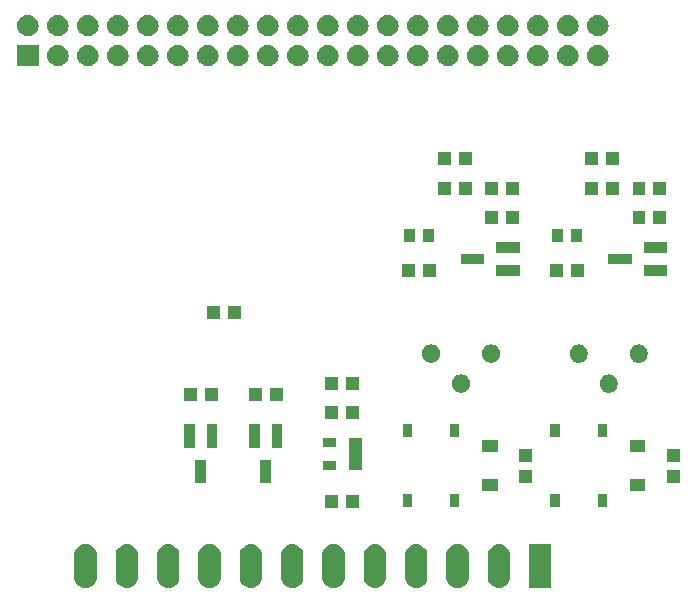
<source format=gbr>
G04 #@! TF.GenerationSoftware,KiCad,Pcbnew,(6.0.0-rc1-dev-1307-g4363cc0be)*
G04 #@! TF.CreationDate,2019-01-13T15:25:34+01:00
G04 #@! TF.ProjectId,authbox-relay-driver,61757468-626f-4782-9d72-656c61792d64,rev?*
G04 #@! TF.SameCoordinates,Original*
G04 #@! TF.FileFunction,Soldermask,Top*
G04 #@! TF.FilePolarity,Negative*
%FSLAX46Y46*%
G04 Gerber Fmt 4.6, Leading zero omitted, Abs format (unit mm)*
G04 Created by KiCad (PCBNEW (6.0.0-rc1-dev-1307-g4363cc0be)) date Sun 13 Jan 2019 03:25:34 PM CET*
%MOMM*%
%LPD*%
G04 APERTURE LIST*
%ADD10C,0.100000*%
G04 APERTURE END LIST*
D10*
G36*
X126986425Y-132832760D02*
G01*
X126986428Y-132832761D01*
X126986429Y-132832761D01*
X127165693Y-132887140D01*
X127165695Y-132887141D01*
X127330905Y-132975448D01*
X127475712Y-133094288D01*
X127594552Y-133239095D01*
X127682859Y-133404305D01*
X127737240Y-133583575D01*
X127751000Y-133723282D01*
X127751000Y-135616718D01*
X127737240Y-135756425D01*
X127682859Y-135935695D01*
X127594552Y-136100905D01*
X127475712Y-136245712D01*
X127330904Y-136364554D01*
X127165697Y-136452858D01*
X127165694Y-136452859D01*
X127165692Y-136452860D01*
X126986428Y-136507239D01*
X126986427Y-136507239D01*
X126986424Y-136507240D01*
X126800000Y-136525601D01*
X126613575Y-136507240D01*
X126613572Y-136507239D01*
X126613571Y-136507239D01*
X126434307Y-136452860D01*
X126269097Y-136364553D01*
X126269095Y-136364552D01*
X126124288Y-136245712D01*
X126005446Y-136100904D01*
X125917142Y-135935697D01*
X125862762Y-135756429D01*
X125862761Y-135756428D01*
X125862761Y-135756427D01*
X125862760Y-135756424D01*
X125849000Y-135616717D01*
X125849000Y-133723283D01*
X125862761Y-133583575D01*
X125917142Y-133404305D01*
X126005449Y-133239095D01*
X126124289Y-133094288D01*
X126269096Y-132975448D01*
X126434306Y-132887141D01*
X126434308Y-132887140D01*
X126613572Y-132832761D01*
X126613573Y-132832761D01*
X126613576Y-132832760D01*
X126800000Y-132814399D01*
X126986425Y-132832760D01*
X126986425Y-132832760D01*
G37*
G36*
X130486425Y-132832760D02*
G01*
X130486428Y-132832761D01*
X130486429Y-132832761D01*
X130665693Y-132887140D01*
X130665695Y-132887141D01*
X130830905Y-132975448D01*
X130975712Y-133094288D01*
X131094552Y-133239095D01*
X131182859Y-133404305D01*
X131237240Y-133583575D01*
X131251000Y-133723282D01*
X131251000Y-135616718D01*
X131237240Y-135756425D01*
X131182859Y-135935695D01*
X131094552Y-136100905D01*
X130975712Y-136245712D01*
X130830904Y-136364554D01*
X130665697Y-136452858D01*
X130665694Y-136452859D01*
X130665692Y-136452860D01*
X130486428Y-136507239D01*
X130486427Y-136507239D01*
X130486424Y-136507240D01*
X130300000Y-136525601D01*
X130113575Y-136507240D01*
X130113572Y-136507239D01*
X130113571Y-136507239D01*
X129934307Y-136452860D01*
X129769097Y-136364553D01*
X129769095Y-136364552D01*
X129624288Y-136245712D01*
X129505446Y-136100904D01*
X129417142Y-135935697D01*
X129362762Y-135756429D01*
X129362761Y-135756428D01*
X129362761Y-135756427D01*
X129362760Y-135756424D01*
X129349000Y-135616717D01*
X129349000Y-133723283D01*
X129362761Y-133583575D01*
X129417142Y-133404305D01*
X129505449Y-133239095D01*
X129624289Y-133094288D01*
X129769096Y-132975448D01*
X129934306Y-132887141D01*
X129934308Y-132887140D01*
X130113572Y-132832761D01*
X130113573Y-132832761D01*
X130113576Y-132832760D01*
X130300000Y-132814399D01*
X130486425Y-132832760D01*
X130486425Y-132832760D01*
G37*
G36*
X161986425Y-132832760D02*
G01*
X161986428Y-132832761D01*
X161986429Y-132832761D01*
X162165693Y-132887140D01*
X162165695Y-132887141D01*
X162330905Y-132975448D01*
X162475712Y-133094288D01*
X162594552Y-133239095D01*
X162682859Y-133404305D01*
X162737240Y-133583575D01*
X162751000Y-133723282D01*
X162751000Y-135616718D01*
X162737240Y-135756425D01*
X162682859Y-135935695D01*
X162594552Y-136100905D01*
X162475712Y-136245712D01*
X162330904Y-136364554D01*
X162165697Y-136452858D01*
X162165694Y-136452859D01*
X162165692Y-136452860D01*
X161986428Y-136507239D01*
X161986427Y-136507239D01*
X161986424Y-136507240D01*
X161800000Y-136525601D01*
X161613575Y-136507240D01*
X161613572Y-136507239D01*
X161613571Y-136507239D01*
X161434307Y-136452860D01*
X161269097Y-136364553D01*
X161269095Y-136364552D01*
X161124288Y-136245712D01*
X161005446Y-136100904D01*
X160917142Y-135935697D01*
X160862762Y-135756429D01*
X160862761Y-135756428D01*
X160862761Y-135756427D01*
X160862760Y-135756424D01*
X160849000Y-135616717D01*
X160849000Y-133723283D01*
X160862761Y-133583575D01*
X160917142Y-133404305D01*
X161005449Y-133239095D01*
X161124289Y-133094288D01*
X161269096Y-132975448D01*
X161434306Y-132887141D01*
X161434308Y-132887140D01*
X161613572Y-132832761D01*
X161613573Y-132832761D01*
X161613576Y-132832760D01*
X161800000Y-132814399D01*
X161986425Y-132832760D01*
X161986425Y-132832760D01*
G37*
G36*
X158486425Y-132832760D02*
G01*
X158486428Y-132832761D01*
X158486429Y-132832761D01*
X158665693Y-132887140D01*
X158665695Y-132887141D01*
X158830905Y-132975448D01*
X158975712Y-133094288D01*
X159094552Y-133239095D01*
X159182859Y-133404305D01*
X159237240Y-133583575D01*
X159251000Y-133723282D01*
X159251000Y-135616718D01*
X159237240Y-135756425D01*
X159182859Y-135935695D01*
X159094552Y-136100905D01*
X158975712Y-136245712D01*
X158830904Y-136364554D01*
X158665697Y-136452858D01*
X158665694Y-136452859D01*
X158665692Y-136452860D01*
X158486428Y-136507239D01*
X158486427Y-136507239D01*
X158486424Y-136507240D01*
X158300000Y-136525601D01*
X158113575Y-136507240D01*
X158113572Y-136507239D01*
X158113571Y-136507239D01*
X157934307Y-136452860D01*
X157769097Y-136364553D01*
X157769095Y-136364552D01*
X157624288Y-136245712D01*
X157505446Y-136100904D01*
X157417142Y-135935697D01*
X157362762Y-135756429D01*
X157362761Y-135756428D01*
X157362761Y-135756427D01*
X157362760Y-135756424D01*
X157349000Y-135616717D01*
X157349000Y-133723283D01*
X157362761Y-133583575D01*
X157417142Y-133404305D01*
X157505449Y-133239095D01*
X157624289Y-133094288D01*
X157769096Y-132975448D01*
X157934306Y-132887141D01*
X157934308Y-132887140D01*
X158113572Y-132832761D01*
X158113573Y-132832761D01*
X158113576Y-132832760D01*
X158300000Y-132814399D01*
X158486425Y-132832760D01*
X158486425Y-132832760D01*
G37*
G36*
X154986425Y-132832760D02*
G01*
X154986428Y-132832761D01*
X154986429Y-132832761D01*
X155165693Y-132887140D01*
X155165695Y-132887141D01*
X155330905Y-132975448D01*
X155475712Y-133094288D01*
X155594552Y-133239095D01*
X155682859Y-133404305D01*
X155737240Y-133583575D01*
X155751000Y-133723282D01*
X155751000Y-135616718D01*
X155737240Y-135756425D01*
X155682859Y-135935695D01*
X155594552Y-136100905D01*
X155475712Y-136245712D01*
X155330904Y-136364554D01*
X155165697Y-136452858D01*
X155165694Y-136452859D01*
X155165692Y-136452860D01*
X154986428Y-136507239D01*
X154986427Y-136507239D01*
X154986424Y-136507240D01*
X154800000Y-136525601D01*
X154613575Y-136507240D01*
X154613572Y-136507239D01*
X154613571Y-136507239D01*
X154434307Y-136452860D01*
X154269097Y-136364553D01*
X154269095Y-136364552D01*
X154124288Y-136245712D01*
X154005446Y-136100904D01*
X153917142Y-135935697D01*
X153862762Y-135756429D01*
X153862761Y-135756428D01*
X153862761Y-135756427D01*
X153862760Y-135756424D01*
X153849000Y-135616717D01*
X153849000Y-133723283D01*
X153862761Y-133583575D01*
X153917142Y-133404305D01*
X154005449Y-133239095D01*
X154124289Y-133094288D01*
X154269096Y-132975448D01*
X154434306Y-132887141D01*
X154434308Y-132887140D01*
X154613572Y-132832761D01*
X154613573Y-132832761D01*
X154613576Y-132832760D01*
X154800000Y-132814399D01*
X154986425Y-132832760D01*
X154986425Y-132832760D01*
G37*
G36*
X151486425Y-132832760D02*
G01*
X151486428Y-132832761D01*
X151486429Y-132832761D01*
X151665693Y-132887140D01*
X151665695Y-132887141D01*
X151830905Y-132975448D01*
X151975712Y-133094288D01*
X152094552Y-133239095D01*
X152182859Y-133404305D01*
X152237240Y-133583575D01*
X152251000Y-133723282D01*
X152251000Y-135616718D01*
X152237240Y-135756425D01*
X152182859Y-135935695D01*
X152094552Y-136100905D01*
X151975712Y-136245712D01*
X151830904Y-136364554D01*
X151665697Y-136452858D01*
X151665694Y-136452859D01*
X151665692Y-136452860D01*
X151486428Y-136507239D01*
X151486427Y-136507239D01*
X151486424Y-136507240D01*
X151300000Y-136525601D01*
X151113575Y-136507240D01*
X151113572Y-136507239D01*
X151113571Y-136507239D01*
X150934307Y-136452860D01*
X150769097Y-136364553D01*
X150769095Y-136364552D01*
X150624288Y-136245712D01*
X150505446Y-136100904D01*
X150417142Y-135935697D01*
X150362762Y-135756429D01*
X150362761Y-135756428D01*
X150362761Y-135756427D01*
X150362760Y-135756424D01*
X150349000Y-135616717D01*
X150349000Y-133723283D01*
X150362761Y-133583575D01*
X150417142Y-133404305D01*
X150505449Y-133239095D01*
X150624289Y-133094288D01*
X150769096Y-132975448D01*
X150934306Y-132887141D01*
X150934308Y-132887140D01*
X151113572Y-132832761D01*
X151113573Y-132832761D01*
X151113576Y-132832760D01*
X151300000Y-132814399D01*
X151486425Y-132832760D01*
X151486425Y-132832760D01*
G37*
G36*
X144486425Y-132832760D02*
G01*
X144486428Y-132832761D01*
X144486429Y-132832761D01*
X144665693Y-132887140D01*
X144665695Y-132887141D01*
X144830905Y-132975448D01*
X144975712Y-133094288D01*
X145094552Y-133239095D01*
X145182859Y-133404305D01*
X145237240Y-133583575D01*
X145251000Y-133723282D01*
X145251000Y-135616718D01*
X145237240Y-135756425D01*
X145182859Y-135935695D01*
X145094552Y-136100905D01*
X144975712Y-136245712D01*
X144830904Y-136364554D01*
X144665697Y-136452858D01*
X144665694Y-136452859D01*
X144665692Y-136452860D01*
X144486428Y-136507239D01*
X144486427Y-136507239D01*
X144486424Y-136507240D01*
X144300000Y-136525601D01*
X144113575Y-136507240D01*
X144113572Y-136507239D01*
X144113571Y-136507239D01*
X143934307Y-136452860D01*
X143769097Y-136364553D01*
X143769095Y-136364552D01*
X143624288Y-136245712D01*
X143505446Y-136100904D01*
X143417142Y-135935697D01*
X143362762Y-135756429D01*
X143362761Y-135756428D01*
X143362761Y-135756427D01*
X143362760Y-135756424D01*
X143349000Y-135616717D01*
X143349000Y-133723283D01*
X143362761Y-133583575D01*
X143417142Y-133404305D01*
X143505449Y-133239095D01*
X143624289Y-133094288D01*
X143769096Y-132975448D01*
X143934306Y-132887141D01*
X143934308Y-132887140D01*
X144113572Y-132832761D01*
X144113573Y-132832761D01*
X144113576Y-132832760D01*
X144300000Y-132814399D01*
X144486425Y-132832760D01*
X144486425Y-132832760D01*
G37*
G36*
X147986425Y-132832760D02*
G01*
X147986428Y-132832761D01*
X147986429Y-132832761D01*
X148165693Y-132887140D01*
X148165695Y-132887141D01*
X148330905Y-132975448D01*
X148475712Y-133094288D01*
X148594552Y-133239095D01*
X148682859Y-133404305D01*
X148737240Y-133583575D01*
X148751000Y-133723282D01*
X148751000Y-135616718D01*
X148737240Y-135756425D01*
X148682859Y-135935695D01*
X148594552Y-136100905D01*
X148475712Y-136245712D01*
X148330904Y-136364554D01*
X148165697Y-136452858D01*
X148165694Y-136452859D01*
X148165692Y-136452860D01*
X147986428Y-136507239D01*
X147986427Y-136507239D01*
X147986424Y-136507240D01*
X147800000Y-136525601D01*
X147613575Y-136507240D01*
X147613572Y-136507239D01*
X147613571Y-136507239D01*
X147434307Y-136452860D01*
X147269097Y-136364553D01*
X147269095Y-136364552D01*
X147124288Y-136245712D01*
X147005446Y-136100904D01*
X146917142Y-135935697D01*
X146862762Y-135756429D01*
X146862761Y-135756428D01*
X146862761Y-135756427D01*
X146862760Y-135756424D01*
X146849000Y-135616717D01*
X146849000Y-133723283D01*
X146862761Y-133583575D01*
X146917142Y-133404305D01*
X147005449Y-133239095D01*
X147124289Y-133094288D01*
X147269096Y-132975448D01*
X147434306Y-132887141D01*
X147434308Y-132887140D01*
X147613572Y-132832761D01*
X147613573Y-132832761D01*
X147613576Y-132832760D01*
X147800000Y-132814399D01*
X147986425Y-132832760D01*
X147986425Y-132832760D01*
G37*
G36*
X133986425Y-132832760D02*
G01*
X133986428Y-132832761D01*
X133986429Y-132832761D01*
X134165693Y-132887140D01*
X134165695Y-132887141D01*
X134330905Y-132975448D01*
X134475712Y-133094288D01*
X134594552Y-133239095D01*
X134682859Y-133404305D01*
X134737240Y-133583575D01*
X134751000Y-133723282D01*
X134751000Y-135616718D01*
X134737240Y-135756425D01*
X134682859Y-135935695D01*
X134594552Y-136100905D01*
X134475712Y-136245712D01*
X134330904Y-136364554D01*
X134165697Y-136452858D01*
X134165694Y-136452859D01*
X134165692Y-136452860D01*
X133986428Y-136507239D01*
X133986427Y-136507239D01*
X133986424Y-136507240D01*
X133800000Y-136525601D01*
X133613575Y-136507240D01*
X133613572Y-136507239D01*
X133613571Y-136507239D01*
X133434307Y-136452860D01*
X133269097Y-136364553D01*
X133269095Y-136364552D01*
X133124288Y-136245712D01*
X133005446Y-136100904D01*
X132917142Y-135935697D01*
X132862762Y-135756429D01*
X132862761Y-135756428D01*
X132862761Y-135756427D01*
X132862760Y-135756424D01*
X132849000Y-135616717D01*
X132849000Y-133723283D01*
X132862761Y-133583575D01*
X132917142Y-133404305D01*
X133005449Y-133239095D01*
X133124289Y-133094288D01*
X133269096Y-132975448D01*
X133434306Y-132887141D01*
X133434308Y-132887140D01*
X133613572Y-132832761D01*
X133613573Y-132832761D01*
X133613576Y-132832760D01*
X133800000Y-132814399D01*
X133986425Y-132832760D01*
X133986425Y-132832760D01*
G37*
G36*
X140986425Y-132832760D02*
G01*
X140986428Y-132832761D01*
X140986429Y-132832761D01*
X141165693Y-132887140D01*
X141165695Y-132887141D01*
X141330905Y-132975448D01*
X141475712Y-133094288D01*
X141594552Y-133239095D01*
X141682859Y-133404305D01*
X141737240Y-133583575D01*
X141751000Y-133723282D01*
X141751000Y-135616718D01*
X141737240Y-135756425D01*
X141682859Y-135935695D01*
X141594552Y-136100905D01*
X141475712Y-136245712D01*
X141330904Y-136364554D01*
X141165697Y-136452858D01*
X141165694Y-136452859D01*
X141165692Y-136452860D01*
X140986428Y-136507239D01*
X140986427Y-136507239D01*
X140986424Y-136507240D01*
X140800000Y-136525601D01*
X140613575Y-136507240D01*
X140613572Y-136507239D01*
X140613571Y-136507239D01*
X140434307Y-136452860D01*
X140269097Y-136364553D01*
X140269095Y-136364552D01*
X140124288Y-136245712D01*
X140005446Y-136100904D01*
X139917142Y-135935697D01*
X139862762Y-135756429D01*
X139862761Y-135756428D01*
X139862761Y-135756427D01*
X139862760Y-135756424D01*
X139849000Y-135616717D01*
X139849000Y-133723283D01*
X139862761Y-133583575D01*
X139917142Y-133404305D01*
X140005449Y-133239095D01*
X140124289Y-133094288D01*
X140269096Y-132975448D01*
X140434306Y-132887141D01*
X140434308Y-132887140D01*
X140613572Y-132832761D01*
X140613573Y-132832761D01*
X140613576Y-132832760D01*
X140800000Y-132814399D01*
X140986425Y-132832760D01*
X140986425Y-132832760D01*
G37*
G36*
X137486425Y-132832760D02*
G01*
X137486428Y-132832761D01*
X137486429Y-132832761D01*
X137665693Y-132887140D01*
X137665695Y-132887141D01*
X137830905Y-132975448D01*
X137975712Y-133094288D01*
X138094552Y-133239095D01*
X138182859Y-133404305D01*
X138237240Y-133583575D01*
X138251000Y-133723282D01*
X138251000Y-135616718D01*
X138237240Y-135756425D01*
X138182859Y-135935695D01*
X138094552Y-136100905D01*
X137975712Y-136245712D01*
X137830904Y-136364554D01*
X137665697Y-136452858D01*
X137665694Y-136452859D01*
X137665692Y-136452860D01*
X137486428Y-136507239D01*
X137486427Y-136507239D01*
X137486424Y-136507240D01*
X137300000Y-136525601D01*
X137113575Y-136507240D01*
X137113572Y-136507239D01*
X137113571Y-136507239D01*
X136934307Y-136452860D01*
X136769097Y-136364553D01*
X136769095Y-136364552D01*
X136624288Y-136245712D01*
X136505446Y-136100904D01*
X136417142Y-135935697D01*
X136362762Y-135756429D01*
X136362761Y-135756428D01*
X136362761Y-135756427D01*
X136362760Y-135756424D01*
X136349000Y-135616717D01*
X136349000Y-133723283D01*
X136362761Y-133583575D01*
X136417142Y-133404305D01*
X136505449Y-133239095D01*
X136624289Y-133094288D01*
X136769096Y-132975448D01*
X136934306Y-132887141D01*
X136934308Y-132887140D01*
X137113572Y-132832761D01*
X137113573Y-132832761D01*
X137113576Y-132832760D01*
X137300000Y-132814399D01*
X137486425Y-132832760D01*
X137486425Y-132832760D01*
G37*
G36*
X166251000Y-136521000D02*
G01*
X164349000Y-136521000D01*
X164349000Y-132819000D01*
X166251000Y-132819000D01*
X166251000Y-136521000D01*
X166251000Y-136521000D01*
G37*
G36*
X148211000Y-129721000D02*
G01*
X147114000Y-129721000D01*
X147114000Y-128619000D01*
X148211000Y-128619000D01*
X148211000Y-129721000D01*
X148211000Y-129721000D01*
G37*
G36*
X149986000Y-129721000D02*
G01*
X148889000Y-129721000D01*
X148889000Y-128619000D01*
X149986000Y-128619000D01*
X149986000Y-129721000D01*
X149986000Y-129721000D01*
G37*
G36*
X170951000Y-129696000D02*
G01*
X170149000Y-129696000D01*
X170149000Y-128594000D01*
X170951000Y-128594000D01*
X170951000Y-129696000D01*
X170951000Y-129696000D01*
G37*
G36*
X166951000Y-129696000D02*
G01*
X166149000Y-129696000D01*
X166149000Y-128594000D01*
X166951000Y-128594000D01*
X166951000Y-129696000D01*
X166951000Y-129696000D01*
G37*
G36*
X158451000Y-129696000D02*
G01*
X157649000Y-129696000D01*
X157649000Y-128594000D01*
X158451000Y-128594000D01*
X158451000Y-129696000D01*
X158451000Y-129696000D01*
G37*
G36*
X154451000Y-129696000D02*
G01*
X153649000Y-129696000D01*
X153649000Y-128594000D01*
X154451000Y-128594000D01*
X154451000Y-129696000D01*
X154451000Y-129696000D01*
G37*
G36*
X174201000Y-128321000D02*
G01*
X172899000Y-128321000D01*
X172899000Y-127319000D01*
X174201000Y-127319000D01*
X174201000Y-128321000D01*
X174201000Y-128321000D01*
G37*
G36*
X161701000Y-128321000D02*
G01*
X160399000Y-128321000D01*
X160399000Y-127319000D01*
X161701000Y-127319000D01*
X161701000Y-128321000D01*
X161701000Y-128321000D01*
G37*
G36*
X142501000Y-127671000D02*
G01*
X141599000Y-127671000D01*
X141599000Y-125669000D01*
X142501000Y-125669000D01*
X142501000Y-127671000D01*
X142501000Y-127671000D01*
G37*
G36*
X137001000Y-127671000D02*
G01*
X136099000Y-127671000D01*
X136099000Y-125669000D01*
X137001000Y-125669000D01*
X137001000Y-127671000D01*
X137001000Y-127671000D01*
G37*
G36*
X177101000Y-127606000D02*
G01*
X175999000Y-127606000D01*
X175999000Y-126509000D01*
X177101000Y-126509000D01*
X177101000Y-127606000D01*
X177101000Y-127606000D01*
G37*
G36*
X164601000Y-127606000D02*
G01*
X163499000Y-127606000D01*
X163499000Y-126509000D01*
X164601000Y-126509000D01*
X164601000Y-127606000D01*
X164601000Y-127606000D01*
G37*
G36*
X150231000Y-126496000D02*
G01*
X149069000Y-126496000D01*
X149069000Y-123844000D01*
X150231000Y-123844000D01*
X150231000Y-126496000D01*
X150231000Y-126496000D01*
G37*
G36*
X148031000Y-126496000D02*
G01*
X146869000Y-126496000D01*
X146869000Y-125744000D01*
X148031000Y-125744000D01*
X148031000Y-126496000D01*
X148031000Y-126496000D01*
G37*
G36*
X164601000Y-125831000D02*
G01*
X163499000Y-125831000D01*
X163499000Y-124734000D01*
X164601000Y-124734000D01*
X164601000Y-125831000D01*
X164601000Y-125831000D01*
G37*
G36*
X177101000Y-125831000D02*
G01*
X175999000Y-125831000D01*
X175999000Y-124734000D01*
X177101000Y-124734000D01*
X177101000Y-125831000D01*
X177101000Y-125831000D01*
G37*
G36*
X174201000Y-125021000D02*
G01*
X172899000Y-125021000D01*
X172899000Y-124019000D01*
X174201000Y-124019000D01*
X174201000Y-125021000D01*
X174201000Y-125021000D01*
G37*
G36*
X161701000Y-125021000D02*
G01*
X160399000Y-125021000D01*
X160399000Y-124019000D01*
X161701000Y-124019000D01*
X161701000Y-125021000D01*
X161701000Y-125021000D01*
G37*
G36*
X143451000Y-124671000D02*
G01*
X142549000Y-124671000D01*
X142549000Y-122669000D01*
X143451000Y-122669000D01*
X143451000Y-124671000D01*
X143451000Y-124671000D01*
G37*
G36*
X136051000Y-124671000D02*
G01*
X135149000Y-124671000D01*
X135149000Y-122669000D01*
X136051000Y-122669000D01*
X136051000Y-124671000D01*
X136051000Y-124671000D01*
G37*
G36*
X137951000Y-124671000D02*
G01*
X137049000Y-124671000D01*
X137049000Y-122669000D01*
X137951000Y-122669000D01*
X137951000Y-124671000D01*
X137951000Y-124671000D01*
G37*
G36*
X141551000Y-124671000D02*
G01*
X140649000Y-124671000D01*
X140649000Y-122669000D01*
X141551000Y-122669000D01*
X141551000Y-124671000D01*
X141551000Y-124671000D01*
G37*
G36*
X148031000Y-124596000D02*
G01*
X146869000Y-124596000D01*
X146869000Y-123844000D01*
X148031000Y-123844000D01*
X148031000Y-124596000D01*
X148031000Y-124596000D01*
G37*
G36*
X170951000Y-123746000D02*
G01*
X170149000Y-123746000D01*
X170149000Y-122644000D01*
X170951000Y-122644000D01*
X170951000Y-123746000D01*
X170951000Y-123746000D01*
G37*
G36*
X154451000Y-123746000D02*
G01*
X153649000Y-123746000D01*
X153649000Y-122644000D01*
X154451000Y-122644000D01*
X154451000Y-123746000D01*
X154451000Y-123746000D01*
G37*
G36*
X158451000Y-123746000D02*
G01*
X157649000Y-123746000D01*
X157649000Y-122644000D01*
X158451000Y-122644000D01*
X158451000Y-123746000D01*
X158451000Y-123746000D01*
G37*
G36*
X166951000Y-123746000D02*
G01*
X166149000Y-123746000D01*
X166149000Y-122644000D01*
X166951000Y-122644000D01*
X166951000Y-123746000D01*
X166951000Y-123746000D01*
G37*
G36*
X149986000Y-122221000D02*
G01*
X148889000Y-122221000D01*
X148889000Y-121119000D01*
X149986000Y-121119000D01*
X149986000Y-122221000D01*
X149986000Y-122221000D01*
G37*
G36*
X148211000Y-122221000D02*
G01*
X147114000Y-122221000D01*
X147114000Y-121119000D01*
X148211000Y-121119000D01*
X148211000Y-122221000D01*
X148211000Y-122221000D01*
G37*
G36*
X143486000Y-120721000D02*
G01*
X142389000Y-120721000D01*
X142389000Y-119619000D01*
X143486000Y-119619000D01*
X143486000Y-120721000D01*
X143486000Y-120721000D01*
G37*
G36*
X137986000Y-120721000D02*
G01*
X136889000Y-120721000D01*
X136889000Y-119619000D01*
X137986000Y-119619000D01*
X137986000Y-120721000D01*
X137986000Y-120721000D01*
G37*
G36*
X136211000Y-120721000D02*
G01*
X135114000Y-120721000D01*
X135114000Y-119619000D01*
X136211000Y-119619000D01*
X136211000Y-120721000D01*
X136211000Y-120721000D01*
G37*
G36*
X141711000Y-120721000D02*
G01*
X140614000Y-120721000D01*
X140614000Y-119619000D01*
X141711000Y-119619000D01*
X141711000Y-120721000D01*
X141711000Y-120721000D01*
G37*
G36*
X171215589Y-118448876D02*
G01*
X171314893Y-118468629D01*
X171455206Y-118526748D01*
X171581484Y-118611125D01*
X171688875Y-118718516D01*
X171773252Y-118844794D01*
X171831371Y-118985107D01*
X171861000Y-119134063D01*
X171861000Y-119285937D01*
X171831371Y-119434893D01*
X171773252Y-119575206D01*
X171688875Y-119701484D01*
X171581484Y-119808875D01*
X171455206Y-119893252D01*
X171314893Y-119951371D01*
X171215589Y-119971124D01*
X171165938Y-119981000D01*
X171014062Y-119981000D01*
X170964411Y-119971124D01*
X170865107Y-119951371D01*
X170724794Y-119893252D01*
X170598516Y-119808875D01*
X170491125Y-119701484D01*
X170406748Y-119575206D01*
X170348629Y-119434893D01*
X170319000Y-119285937D01*
X170319000Y-119134063D01*
X170348629Y-118985107D01*
X170406748Y-118844794D01*
X170491125Y-118718516D01*
X170598516Y-118611125D01*
X170724794Y-118526748D01*
X170865107Y-118468629D01*
X170964411Y-118448876D01*
X171014062Y-118439000D01*
X171165938Y-118439000D01*
X171215589Y-118448876D01*
X171215589Y-118448876D01*
G37*
G36*
X158715589Y-118448876D02*
G01*
X158814893Y-118468629D01*
X158955206Y-118526748D01*
X159081484Y-118611125D01*
X159188875Y-118718516D01*
X159273252Y-118844794D01*
X159331371Y-118985107D01*
X159361000Y-119134063D01*
X159361000Y-119285937D01*
X159331371Y-119434893D01*
X159273252Y-119575206D01*
X159188875Y-119701484D01*
X159081484Y-119808875D01*
X158955206Y-119893252D01*
X158814893Y-119951371D01*
X158715589Y-119971124D01*
X158665938Y-119981000D01*
X158514062Y-119981000D01*
X158464411Y-119971124D01*
X158365107Y-119951371D01*
X158224794Y-119893252D01*
X158098516Y-119808875D01*
X157991125Y-119701484D01*
X157906748Y-119575206D01*
X157848629Y-119434893D01*
X157819000Y-119285937D01*
X157819000Y-119134063D01*
X157848629Y-118985107D01*
X157906748Y-118844794D01*
X157991125Y-118718516D01*
X158098516Y-118611125D01*
X158224794Y-118526748D01*
X158365107Y-118468629D01*
X158464411Y-118448876D01*
X158514062Y-118439000D01*
X158665938Y-118439000D01*
X158715589Y-118448876D01*
X158715589Y-118448876D01*
G37*
G36*
X148211000Y-119721000D02*
G01*
X147114000Y-119721000D01*
X147114000Y-118619000D01*
X148211000Y-118619000D01*
X148211000Y-119721000D01*
X148211000Y-119721000D01*
G37*
G36*
X149986000Y-119721000D02*
G01*
X148889000Y-119721000D01*
X148889000Y-118619000D01*
X149986000Y-118619000D01*
X149986000Y-119721000D01*
X149986000Y-119721000D01*
G37*
G36*
X173755589Y-115908876D02*
G01*
X173854893Y-115928629D01*
X173995206Y-115986748D01*
X174121484Y-116071125D01*
X174228875Y-116178516D01*
X174313252Y-116304794D01*
X174371371Y-116445107D01*
X174401000Y-116594063D01*
X174401000Y-116745937D01*
X174371371Y-116894893D01*
X174313252Y-117035206D01*
X174228875Y-117161484D01*
X174121484Y-117268875D01*
X173995206Y-117353252D01*
X173854893Y-117411371D01*
X173755589Y-117431124D01*
X173705938Y-117441000D01*
X173554062Y-117441000D01*
X173504411Y-117431124D01*
X173405107Y-117411371D01*
X173264794Y-117353252D01*
X173138516Y-117268875D01*
X173031125Y-117161484D01*
X172946748Y-117035206D01*
X172888629Y-116894893D01*
X172859000Y-116745937D01*
X172859000Y-116594063D01*
X172888629Y-116445107D01*
X172946748Y-116304794D01*
X173031125Y-116178516D01*
X173138516Y-116071125D01*
X173264794Y-115986748D01*
X173405107Y-115928629D01*
X173504411Y-115908876D01*
X173554062Y-115899000D01*
X173705938Y-115899000D01*
X173755589Y-115908876D01*
X173755589Y-115908876D01*
G37*
G36*
X168675589Y-115908876D02*
G01*
X168774893Y-115928629D01*
X168915206Y-115986748D01*
X169041484Y-116071125D01*
X169148875Y-116178516D01*
X169233252Y-116304794D01*
X169291371Y-116445107D01*
X169321000Y-116594063D01*
X169321000Y-116745937D01*
X169291371Y-116894893D01*
X169233252Y-117035206D01*
X169148875Y-117161484D01*
X169041484Y-117268875D01*
X168915206Y-117353252D01*
X168774893Y-117411371D01*
X168675589Y-117431124D01*
X168625938Y-117441000D01*
X168474062Y-117441000D01*
X168424411Y-117431124D01*
X168325107Y-117411371D01*
X168184794Y-117353252D01*
X168058516Y-117268875D01*
X167951125Y-117161484D01*
X167866748Y-117035206D01*
X167808629Y-116894893D01*
X167779000Y-116745937D01*
X167779000Y-116594063D01*
X167808629Y-116445107D01*
X167866748Y-116304794D01*
X167951125Y-116178516D01*
X168058516Y-116071125D01*
X168184794Y-115986748D01*
X168325107Y-115928629D01*
X168424411Y-115908876D01*
X168474062Y-115899000D01*
X168625938Y-115899000D01*
X168675589Y-115908876D01*
X168675589Y-115908876D01*
G37*
G36*
X161255589Y-115908876D02*
G01*
X161354893Y-115928629D01*
X161495206Y-115986748D01*
X161621484Y-116071125D01*
X161728875Y-116178516D01*
X161813252Y-116304794D01*
X161871371Y-116445107D01*
X161901000Y-116594063D01*
X161901000Y-116745937D01*
X161871371Y-116894893D01*
X161813252Y-117035206D01*
X161728875Y-117161484D01*
X161621484Y-117268875D01*
X161495206Y-117353252D01*
X161354893Y-117411371D01*
X161255589Y-117431124D01*
X161205938Y-117441000D01*
X161054062Y-117441000D01*
X161004411Y-117431124D01*
X160905107Y-117411371D01*
X160764794Y-117353252D01*
X160638516Y-117268875D01*
X160531125Y-117161484D01*
X160446748Y-117035206D01*
X160388629Y-116894893D01*
X160359000Y-116745937D01*
X160359000Y-116594063D01*
X160388629Y-116445107D01*
X160446748Y-116304794D01*
X160531125Y-116178516D01*
X160638516Y-116071125D01*
X160764794Y-115986748D01*
X160905107Y-115928629D01*
X161004411Y-115908876D01*
X161054062Y-115899000D01*
X161205938Y-115899000D01*
X161255589Y-115908876D01*
X161255589Y-115908876D01*
G37*
G36*
X156175589Y-115908876D02*
G01*
X156274893Y-115928629D01*
X156415206Y-115986748D01*
X156541484Y-116071125D01*
X156648875Y-116178516D01*
X156733252Y-116304794D01*
X156791371Y-116445107D01*
X156821000Y-116594063D01*
X156821000Y-116745937D01*
X156791371Y-116894893D01*
X156733252Y-117035206D01*
X156648875Y-117161484D01*
X156541484Y-117268875D01*
X156415206Y-117353252D01*
X156274893Y-117411371D01*
X156175589Y-117431124D01*
X156125938Y-117441000D01*
X155974062Y-117441000D01*
X155924411Y-117431124D01*
X155825107Y-117411371D01*
X155684794Y-117353252D01*
X155558516Y-117268875D01*
X155451125Y-117161484D01*
X155366748Y-117035206D01*
X155308629Y-116894893D01*
X155279000Y-116745937D01*
X155279000Y-116594063D01*
X155308629Y-116445107D01*
X155366748Y-116304794D01*
X155451125Y-116178516D01*
X155558516Y-116071125D01*
X155684794Y-115986748D01*
X155825107Y-115928629D01*
X155924411Y-115908876D01*
X155974062Y-115899000D01*
X156125938Y-115899000D01*
X156175589Y-115908876D01*
X156175589Y-115908876D01*
G37*
G36*
X138211000Y-113721000D02*
G01*
X137114000Y-113721000D01*
X137114000Y-112619000D01*
X138211000Y-112619000D01*
X138211000Y-113721000D01*
X138211000Y-113721000D01*
G37*
G36*
X139986000Y-113721000D02*
G01*
X138889000Y-113721000D01*
X138889000Y-112619000D01*
X139986000Y-112619000D01*
X139986000Y-113721000D01*
X139986000Y-113721000D01*
G37*
G36*
X154711000Y-110221000D02*
G01*
X153614000Y-110221000D01*
X153614000Y-109119000D01*
X154711000Y-109119000D01*
X154711000Y-110221000D01*
X154711000Y-110221000D01*
G37*
G36*
X156486000Y-110221000D02*
G01*
X155389000Y-110221000D01*
X155389000Y-109119000D01*
X156486000Y-109119000D01*
X156486000Y-110221000D01*
X156486000Y-110221000D01*
G37*
G36*
X167211000Y-110221000D02*
G01*
X166114000Y-110221000D01*
X166114000Y-109119000D01*
X167211000Y-109119000D01*
X167211000Y-110221000D01*
X167211000Y-110221000D01*
G37*
G36*
X168986000Y-110221000D02*
G01*
X167889000Y-110221000D01*
X167889000Y-109119000D01*
X168986000Y-109119000D01*
X168986000Y-110221000D01*
X168986000Y-110221000D01*
G37*
G36*
X163551000Y-110071000D02*
G01*
X161549000Y-110071000D01*
X161549000Y-109169000D01*
X163551000Y-109169000D01*
X163551000Y-110071000D01*
X163551000Y-110071000D01*
G37*
G36*
X176051000Y-110071000D02*
G01*
X174049000Y-110071000D01*
X174049000Y-109169000D01*
X176051000Y-109169000D01*
X176051000Y-110071000D01*
X176051000Y-110071000D01*
G37*
G36*
X160551000Y-109121000D02*
G01*
X158549000Y-109121000D01*
X158549000Y-108219000D01*
X160551000Y-108219000D01*
X160551000Y-109121000D01*
X160551000Y-109121000D01*
G37*
G36*
X173051000Y-109121000D02*
G01*
X171049000Y-109121000D01*
X171049000Y-108219000D01*
X173051000Y-108219000D01*
X173051000Y-109121000D01*
X173051000Y-109121000D01*
G37*
G36*
X176051000Y-108171000D02*
G01*
X174049000Y-108171000D01*
X174049000Y-107269000D01*
X176051000Y-107269000D01*
X176051000Y-108171000D01*
X176051000Y-108171000D01*
G37*
G36*
X163551000Y-108171000D02*
G01*
X161549000Y-108171000D01*
X161549000Y-107269000D01*
X163551000Y-107269000D01*
X163551000Y-108171000D01*
X163551000Y-108171000D01*
G37*
G36*
X168811000Y-107221000D02*
G01*
X167889000Y-107221000D01*
X167889000Y-106119000D01*
X168811000Y-106119000D01*
X168811000Y-107221000D01*
X168811000Y-107221000D01*
G37*
G36*
X154711000Y-107221000D02*
G01*
X153789000Y-107221000D01*
X153789000Y-106119000D01*
X154711000Y-106119000D01*
X154711000Y-107221000D01*
X154711000Y-107221000D01*
G37*
G36*
X156311000Y-107221000D02*
G01*
X155389000Y-107221000D01*
X155389000Y-106119000D01*
X156311000Y-106119000D01*
X156311000Y-107221000D01*
X156311000Y-107221000D01*
G37*
G36*
X167211000Y-107221000D02*
G01*
X166289000Y-107221000D01*
X166289000Y-106119000D01*
X167211000Y-106119000D01*
X167211000Y-107221000D01*
X167211000Y-107221000D01*
G37*
G36*
X161711000Y-105721000D02*
G01*
X160614000Y-105721000D01*
X160614000Y-104619000D01*
X161711000Y-104619000D01*
X161711000Y-105721000D01*
X161711000Y-105721000D01*
G37*
G36*
X163486000Y-105721000D02*
G01*
X162389000Y-105721000D01*
X162389000Y-104619000D01*
X163486000Y-104619000D01*
X163486000Y-105721000D01*
X163486000Y-105721000D01*
G37*
G36*
X174211000Y-105721000D02*
G01*
X173114000Y-105721000D01*
X173114000Y-104619000D01*
X174211000Y-104619000D01*
X174211000Y-105721000D01*
X174211000Y-105721000D01*
G37*
G36*
X175986000Y-105721000D02*
G01*
X174889000Y-105721000D01*
X174889000Y-104619000D01*
X175986000Y-104619000D01*
X175986000Y-105721000D01*
X175986000Y-105721000D01*
G37*
G36*
X159486000Y-103221000D02*
G01*
X158389000Y-103221000D01*
X158389000Y-102119000D01*
X159486000Y-102119000D01*
X159486000Y-103221000D01*
X159486000Y-103221000D01*
G37*
G36*
X171986000Y-103221000D02*
G01*
X170889000Y-103221000D01*
X170889000Y-102119000D01*
X171986000Y-102119000D01*
X171986000Y-103221000D01*
X171986000Y-103221000D01*
G37*
G36*
X157711000Y-103221000D02*
G01*
X156614000Y-103221000D01*
X156614000Y-102119000D01*
X157711000Y-102119000D01*
X157711000Y-103221000D01*
X157711000Y-103221000D01*
G37*
G36*
X161711000Y-103221000D02*
G01*
X160614000Y-103221000D01*
X160614000Y-102119000D01*
X161711000Y-102119000D01*
X161711000Y-103221000D01*
X161711000Y-103221000D01*
G37*
G36*
X170211000Y-103221000D02*
G01*
X169114000Y-103221000D01*
X169114000Y-102119000D01*
X170211000Y-102119000D01*
X170211000Y-103221000D01*
X170211000Y-103221000D01*
G37*
G36*
X175986000Y-103221000D02*
G01*
X174889000Y-103221000D01*
X174889000Y-102119000D01*
X175986000Y-102119000D01*
X175986000Y-103221000D01*
X175986000Y-103221000D01*
G37*
G36*
X174211000Y-103221000D02*
G01*
X173114000Y-103221000D01*
X173114000Y-102119000D01*
X174211000Y-102119000D01*
X174211000Y-103221000D01*
X174211000Y-103221000D01*
G37*
G36*
X163486000Y-103221000D02*
G01*
X162389000Y-103221000D01*
X162389000Y-102119000D01*
X163486000Y-102119000D01*
X163486000Y-103221000D01*
X163486000Y-103221000D01*
G37*
G36*
X170211000Y-100721000D02*
G01*
X169114000Y-100721000D01*
X169114000Y-99619000D01*
X170211000Y-99619000D01*
X170211000Y-100721000D01*
X170211000Y-100721000D01*
G37*
G36*
X157711000Y-100721000D02*
G01*
X156614000Y-100721000D01*
X156614000Y-99619000D01*
X157711000Y-99619000D01*
X157711000Y-100721000D01*
X157711000Y-100721000D01*
G37*
G36*
X159486000Y-100721000D02*
G01*
X158389000Y-100721000D01*
X158389000Y-99619000D01*
X159486000Y-99619000D01*
X159486000Y-100721000D01*
X159486000Y-100721000D01*
G37*
G36*
X171986000Y-100721000D02*
G01*
X170889000Y-100721000D01*
X170889000Y-99619000D01*
X171986000Y-99619000D01*
X171986000Y-100721000D01*
X171986000Y-100721000D01*
G37*
G36*
X124570443Y-90545519D02*
G01*
X124636627Y-90552037D01*
X124749853Y-90586384D01*
X124806467Y-90603557D01*
X124945087Y-90677652D01*
X124962991Y-90687222D01*
X124998729Y-90716552D01*
X125100186Y-90799814D01*
X125183448Y-90901271D01*
X125212778Y-90937009D01*
X125212779Y-90937011D01*
X125296443Y-91093533D01*
X125296443Y-91093534D01*
X125347963Y-91263373D01*
X125365359Y-91440000D01*
X125347963Y-91616627D01*
X125313616Y-91729853D01*
X125296443Y-91786467D01*
X125222348Y-91925087D01*
X125212778Y-91942991D01*
X125183448Y-91978729D01*
X125100186Y-92080186D01*
X124998729Y-92163448D01*
X124962991Y-92192778D01*
X124962989Y-92192779D01*
X124806467Y-92276443D01*
X124749853Y-92293616D01*
X124636627Y-92327963D01*
X124570443Y-92334481D01*
X124504260Y-92341000D01*
X124415740Y-92341000D01*
X124349557Y-92334481D01*
X124283373Y-92327963D01*
X124170147Y-92293616D01*
X124113533Y-92276443D01*
X123957011Y-92192779D01*
X123957009Y-92192778D01*
X123921271Y-92163448D01*
X123819814Y-92080186D01*
X123736552Y-91978729D01*
X123707222Y-91942991D01*
X123697652Y-91925087D01*
X123623557Y-91786467D01*
X123606384Y-91729853D01*
X123572037Y-91616627D01*
X123554641Y-91440000D01*
X123572037Y-91263373D01*
X123623557Y-91093534D01*
X123623557Y-91093533D01*
X123707221Y-90937011D01*
X123707222Y-90937009D01*
X123736552Y-90901271D01*
X123819814Y-90799814D01*
X123921271Y-90716552D01*
X123957009Y-90687222D01*
X123974913Y-90677652D01*
X124113533Y-90603557D01*
X124170147Y-90586384D01*
X124283373Y-90552037D01*
X124349557Y-90545519D01*
X124415740Y-90539000D01*
X124504260Y-90539000D01*
X124570443Y-90545519D01*
X124570443Y-90545519D01*
G37*
G36*
X142350443Y-90545519D02*
G01*
X142416627Y-90552037D01*
X142529853Y-90586384D01*
X142586467Y-90603557D01*
X142725087Y-90677652D01*
X142742991Y-90687222D01*
X142778729Y-90716552D01*
X142880186Y-90799814D01*
X142963448Y-90901271D01*
X142992778Y-90937009D01*
X142992779Y-90937011D01*
X143076443Y-91093533D01*
X143076443Y-91093534D01*
X143127963Y-91263373D01*
X143145359Y-91440000D01*
X143127963Y-91616627D01*
X143093616Y-91729853D01*
X143076443Y-91786467D01*
X143002348Y-91925087D01*
X142992778Y-91942991D01*
X142963448Y-91978729D01*
X142880186Y-92080186D01*
X142778729Y-92163448D01*
X142742991Y-92192778D01*
X142742989Y-92192779D01*
X142586467Y-92276443D01*
X142529853Y-92293616D01*
X142416627Y-92327963D01*
X142350443Y-92334481D01*
X142284260Y-92341000D01*
X142195740Y-92341000D01*
X142129557Y-92334481D01*
X142063373Y-92327963D01*
X141950147Y-92293616D01*
X141893533Y-92276443D01*
X141737011Y-92192779D01*
X141737009Y-92192778D01*
X141701271Y-92163448D01*
X141599814Y-92080186D01*
X141516552Y-91978729D01*
X141487222Y-91942991D01*
X141477652Y-91925087D01*
X141403557Y-91786467D01*
X141386384Y-91729853D01*
X141352037Y-91616627D01*
X141334641Y-91440000D01*
X141352037Y-91263373D01*
X141403557Y-91093534D01*
X141403557Y-91093533D01*
X141487221Y-90937011D01*
X141487222Y-90937009D01*
X141516552Y-90901271D01*
X141599814Y-90799814D01*
X141701271Y-90716552D01*
X141737009Y-90687222D01*
X141754913Y-90677652D01*
X141893533Y-90603557D01*
X141950147Y-90586384D01*
X142063373Y-90552037D01*
X142129557Y-90545519D01*
X142195740Y-90539000D01*
X142284260Y-90539000D01*
X142350443Y-90545519D01*
X142350443Y-90545519D01*
G37*
G36*
X139810443Y-90545519D02*
G01*
X139876627Y-90552037D01*
X139989853Y-90586384D01*
X140046467Y-90603557D01*
X140185087Y-90677652D01*
X140202991Y-90687222D01*
X140238729Y-90716552D01*
X140340186Y-90799814D01*
X140423448Y-90901271D01*
X140452778Y-90937009D01*
X140452779Y-90937011D01*
X140536443Y-91093533D01*
X140536443Y-91093534D01*
X140587963Y-91263373D01*
X140605359Y-91440000D01*
X140587963Y-91616627D01*
X140553616Y-91729853D01*
X140536443Y-91786467D01*
X140462348Y-91925087D01*
X140452778Y-91942991D01*
X140423448Y-91978729D01*
X140340186Y-92080186D01*
X140238729Y-92163448D01*
X140202991Y-92192778D01*
X140202989Y-92192779D01*
X140046467Y-92276443D01*
X139989853Y-92293616D01*
X139876627Y-92327963D01*
X139810443Y-92334481D01*
X139744260Y-92341000D01*
X139655740Y-92341000D01*
X139589557Y-92334481D01*
X139523373Y-92327963D01*
X139410147Y-92293616D01*
X139353533Y-92276443D01*
X139197011Y-92192779D01*
X139197009Y-92192778D01*
X139161271Y-92163448D01*
X139059814Y-92080186D01*
X138976552Y-91978729D01*
X138947222Y-91942991D01*
X138937652Y-91925087D01*
X138863557Y-91786467D01*
X138846384Y-91729853D01*
X138812037Y-91616627D01*
X138794641Y-91440000D01*
X138812037Y-91263373D01*
X138863557Y-91093534D01*
X138863557Y-91093533D01*
X138947221Y-90937011D01*
X138947222Y-90937009D01*
X138976552Y-90901271D01*
X139059814Y-90799814D01*
X139161271Y-90716552D01*
X139197009Y-90687222D01*
X139214913Y-90677652D01*
X139353533Y-90603557D01*
X139410147Y-90586384D01*
X139523373Y-90552037D01*
X139589557Y-90545519D01*
X139655740Y-90539000D01*
X139744260Y-90539000D01*
X139810443Y-90545519D01*
X139810443Y-90545519D01*
G37*
G36*
X160130443Y-90545519D02*
G01*
X160196627Y-90552037D01*
X160309853Y-90586384D01*
X160366467Y-90603557D01*
X160505087Y-90677652D01*
X160522991Y-90687222D01*
X160558729Y-90716552D01*
X160660186Y-90799814D01*
X160743448Y-90901271D01*
X160772778Y-90937009D01*
X160772779Y-90937011D01*
X160856443Y-91093533D01*
X160856443Y-91093534D01*
X160907963Y-91263373D01*
X160925359Y-91440000D01*
X160907963Y-91616627D01*
X160873616Y-91729853D01*
X160856443Y-91786467D01*
X160782348Y-91925087D01*
X160772778Y-91942991D01*
X160743448Y-91978729D01*
X160660186Y-92080186D01*
X160558729Y-92163448D01*
X160522991Y-92192778D01*
X160522989Y-92192779D01*
X160366467Y-92276443D01*
X160309853Y-92293616D01*
X160196627Y-92327963D01*
X160130443Y-92334481D01*
X160064260Y-92341000D01*
X159975740Y-92341000D01*
X159909557Y-92334481D01*
X159843373Y-92327963D01*
X159730147Y-92293616D01*
X159673533Y-92276443D01*
X159517011Y-92192779D01*
X159517009Y-92192778D01*
X159481271Y-92163448D01*
X159379814Y-92080186D01*
X159296552Y-91978729D01*
X159267222Y-91942991D01*
X159257652Y-91925087D01*
X159183557Y-91786467D01*
X159166384Y-91729853D01*
X159132037Y-91616627D01*
X159114641Y-91440000D01*
X159132037Y-91263373D01*
X159183557Y-91093534D01*
X159183557Y-91093533D01*
X159267221Y-90937011D01*
X159267222Y-90937009D01*
X159296552Y-90901271D01*
X159379814Y-90799814D01*
X159481271Y-90716552D01*
X159517009Y-90687222D01*
X159534913Y-90677652D01*
X159673533Y-90603557D01*
X159730147Y-90586384D01*
X159843373Y-90552037D01*
X159909558Y-90545518D01*
X159975740Y-90539000D01*
X160064260Y-90539000D01*
X160130443Y-90545519D01*
X160130443Y-90545519D01*
G37*
G36*
X134730443Y-90545519D02*
G01*
X134796627Y-90552037D01*
X134909853Y-90586384D01*
X134966467Y-90603557D01*
X135105087Y-90677652D01*
X135122991Y-90687222D01*
X135158729Y-90716552D01*
X135260186Y-90799814D01*
X135343448Y-90901271D01*
X135372778Y-90937009D01*
X135372779Y-90937011D01*
X135456443Y-91093533D01*
X135456443Y-91093534D01*
X135507963Y-91263373D01*
X135525359Y-91440000D01*
X135507963Y-91616627D01*
X135473616Y-91729853D01*
X135456443Y-91786467D01*
X135382348Y-91925087D01*
X135372778Y-91942991D01*
X135343448Y-91978729D01*
X135260186Y-92080186D01*
X135158729Y-92163448D01*
X135122991Y-92192778D01*
X135122989Y-92192779D01*
X134966467Y-92276443D01*
X134909853Y-92293616D01*
X134796627Y-92327963D01*
X134730443Y-92334481D01*
X134664260Y-92341000D01*
X134575740Y-92341000D01*
X134509557Y-92334481D01*
X134443373Y-92327963D01*
X134330147Y-92293616D01*
X134273533Y-92276443D01*
X134117011Y-92192779D01*
X134117009Y-92192778D01*
X134081271Y-92163448D01*
X133979814Y-92080186D01*
X133896552Y-91978729D01*
X133867222Y-91942991D01*
X133857652Y-91925087D01*
X133783557Y-91786467D01*
X133766384Y-91729853D01*
X133732037Y-91616627D01*
X133714641Y-91440000D01*
X133732037Y-91263373D01*
X133783557Y-91093534D01*
X133783557Y-91093533D01*
X133867221Y-90937011D01*
X133867222Y-90937009D01*
X133896552Y-90901271D01*
X133979814Y-90799814D01*
X134081271Y-90716552D01*
X134117009Y-90687222D01*
X134134913Y-90677652D01*
X134273533Y-90603557D01*
X134330147Y-90586384D01*
X134443373Y-90552037D01*
X134509557Y-90545519D01*
X134575740Y-90539000D01*
X134664260Y-90539000D01*
X134730443Y-90545519D01*
X134730443Y-90545519D01*
G37*
G36*
X137270443Y-90545519D02*
G01*
X137336627Y-90552037D01*
X137449853Y-90586384D01*
X137506467Y-90603557D01*
X137645087Y-90677652D01*
X137662991Y-90687222D01*
X137698729Y-90716552D01*
X137800186Y-90799814D01*
X137883448Y-90901271D01*
X137912778Y-90937009D01*
X137912779Y-90937011D01*
X137996443Y-91093533D01*
X137996443Y-91093534D01*
X138047963Y-91263373D01*
X138065359Y-91440000D01*
X138047963Y-91616627D01*
X138013616Y-91729853D01*
X137996443Y-91786467D01*
X137922348Y-91925087D01*
X137912778Y-91942991D01*
X137883448Y-91978729D01*
X137800186Y-92080186D01*
X137698729Y-92163448D01*
X137662991Y-92192778D01*
X137662989Y-92192779D01*
X137506467Y-92276443D01*
X137449853Y-92293616D01*
X137336627Y-92327963D01*
X137270443Y-92334481D01*
X137204260Y-92341000D01*
X137115740Y-92341000D01*
X137049557Y-92334481D01*
X136983373Y-92327963D01*
X136870147Y-92293616D01*
X136813533Y-92276443D01*
X136657011Y-92192779D01*
X136657009Y-92192778D01*
X136621271Y-92163448D01*
X136519814Y-92080186D01*
X136436552Y-91978729D01*
X136407222Y-91942991D01*
X136397652Y-91925087D01*
X136323557Y-91786467D01*
X136306384Y-91729853D01*
X136272037Y-91616627D01*
X136254641Y-91440000D01*
X136272037Y-91263373D01*
X136323557Y-91093534D01*
X136323557Y-91093533D01*
X136407221Y-90937011D01*
X136407222Y-90937009D01*
X136436552Y-90901271D01*
X136519814Y-90799814D01*
X136621271Y-90716552D01*
X136657009Y-90687222D01*
X136674913Y-90677652D01*
X136813533Y-90603557D01*
X136870147Y-90586384D01*
X136983373Y-90552037D01*
X137049557Y-90545519D01*
X137115740Y-90539000D01*
X137204260Y-90539000D01*
X137270443Y-90545519D01*
X137270443Y-90545519D01*
G37*
G36*
X129650443Y-90545519D02*
G01*
X129716627Y-90552037D01*
X129829853Y-90586384D01*
X129886467Y-90603557D01*
X130025087Y-90677652D01*
X130042991Y-90687222D01*
X130078729Y-90716552D01*
X130180186Y-90799814D01*
X130263448Y-90901271D01*
X130292778Y-90937009D01*
X130292779Y-90937011D01*
X130376443Y-91093533D01*
X130376443Y-91093534D01*
X130427963Y-91263373D01*
X130445359Y-91440000D01*
X130427963Y-91616627D01*
X130393616Y-91729853D01*
X130376443Y-91786467D01*
X130302348Y-91925087D01*
X130292778Y-91942991D01*
X130263448Y-91978729D01*
X130180186Y-92080186D01*
X130078729Y-92163448D01*
X130042991Y-92192778D01*
X130042989Y-92192779D01*
X129886467Y-92276443D01*
X129829853Y-92293616D01*
X129716627Y-92327963D01*
X129650443Y-92334481D01*
X129584260Y-92341000D01*
X129495740Y-92341000D01*
X129429557Y-92334481D01*
X129363373Y-92327963D01*
X129250147Y-92293616D01*
X129193533Y-92276443D01*
X129037011Y-92192779D01*
X129037009Y-92192778D01*
X129001271Y-92163448D01*
X128899814Y-92080186D01*
X128816552Y-91978729D01*
X128787222Y-91942991D01*
X128777652Y-91925087D01*
X128703557Y-91786467D01*
X128686384Y-91729853D01*
X128652037Y-91616627D01*
X128634641Y-91440000D01*
X128652037Y-91263373D01*
X128703557Y-91093534D01*
X128703557Y-91093533D01*
X128787221Y-90937011D01*
X128787222Y-90937009D01*
X128816552Y-90901271D01*
X128899814Y-90799814D01*
X129001271Y-90716552D01*
X129037009Y-90687222D01*
X129054913Y-90677652D01*
X129193533Y-90603557D01*
X129250147Y-90586384D01*
X129363373Y-90552037D01*
X129429557Y-90545519D01*
X129495740Y-90539000D01*
X129584260Y-90539000D01*
X129650443Y-90545519D01*
X129650443Y-90545519D01*
G37*
G36*
X127110443Y-90545519D02*
G01*
X127176627Y-90552037D01*
X127289853Y-90586384D01*
X127346467Y-90603557D01*
X127485087Y-90677652D01*
X127502991Y-90687222D01*
X127538729Y-90716552D01*
X127640186Y-90799814D01*
X127723448Y-90901271D01*
X127752778Y-90937009D01*
X127752779Y-90937011D01*
X127836443Y-91093533D01*
X127836443Y-91093534D01*
X127887963Y-91263373D01*
X127905359Y-91440000D01*
X127887963Y-91616627D01*
X127853616Y-91729853D01*
X127836443Y-91786467D01*
X127762348Y-91925087D01*
X127752778Y-91942991D01*
X127723448Y-91978729D01*
X127640186Y-92080186D01*
X127538729Y-92163448D01*
X127502991Y-92192778D01*
X127502989Y-92192779D01*
X127346467Y-92276443D01*
X127289853Y-92293616D01*
X127176627Y-92327963D01*
X127110443Y-92334481D01*
X127044260Y-92341000D01*
X126955740Y-92341000D01*
X126889557Y-92334481D01*
X126823373Y-92327963D01*
X126710147Y-92293616D01*
X126653533Y-92276443D01*
X126497011Y-92192779D01*
X126497009Y-92192778D01*
X126461271Y-92163448D01*
X126359814Y-92080186D01*
X126276552Y-91978729D01*
X126247222Y-91942991D01*
X126237652Y-91925087D01*
X126163557Y-91786467D01*
X126146384Y-91729853D01*
X126112037Y-91616627D01*
X126094641Y-91440000D01*
X126112037Y-91263373D01*
X126163557Y-91093534D01*
X126163557Y-91093533D01*
X126247221Y-90937011D01*
X126247222Y-90937009D01*
X126276552Y-90901271D01*
X126359814Y-90799814D01*
X126461271Y-90716552D01*
X126497009Y-90687222D01*
X126514913Y-90677652D01*
X126653533Y-90603557D01*
X126710147Y-90586384D01*
X126823373Y-90552037D01*
X126889557Y-90545519D01*
X126955740Y-90539000D01*
X127044260Y-90539000D01*
X127110443Y-90545519D01*
X127110443Y-90545519D01*
G37*
G36*
X122821000Y-92341000D02*
G01*
X121019000Y-92341000D01*
X121019000Y-90539000D01*
X122821000Y-90539000D01*
X122821000Y-92341000D01*
X122821000Y-92341000D01*
G37*
G36*
X149970443Y-90545519D02*
G01*
X150036627Y-90552037D01*
X150149853Y-90586384D01*
X150206467Y-90603557D01*
X150345087Y-90677652D01*
X150362991Y-90687222D01*
X150398729Y-90716552D01*
X150500186Y-90799814D01*
X150583448Y-90901271D01*
X150612778Y-90937009D01*
X150612779Y-90937011D01*
X150696443Y-91093533D01*
X150696443Y-91093534D01*
X150747963Y-91263373D01*
X150765359Y-91440000D01*
X150747963Y-91616627D01*
X150713616Y-91729853D01*
X150696443Y-91786467D01*
X150622348Y-91925087D01*
X150612778Y-91942991D01*
X150583448Y-91978729D01*
X150500186Y-92080186D01*
X150398729Y-92163448D01*
X150362991Y-92192778D01*
X150362989Y-92192779D01*
X150206467Y-92276443D01*
X150149853Y-92293616D01*
X150036627Y-92327963D01*
X149970443Y-92334481D01*
X149904260Y-92341000D01*
X149815740Y-92341000D01*
X149749557Y-92334481D01*
X149683373Y-92327963D01*
X149570147Y-92293616D01*
X149513533Y-92276443D01*
X149357011Y-92192779D01*
X149357009Y-92192778D01*
X149321271Y-92163448D01*
X149219814Y-92080186D01*
X149136552Y-91978729D01*
X149107222Y-91942991D01*
X149097652Y-91925087D01*
X149023557Y-91786467D01*
X149006384Y-91729853D01*
X148972037Y-91616627D01*
X148954641Y-91440000D01*
X148972037Y-91263373D01*
X149023557Y-91093534D01*
X149023557Y-91093533D01*
X149107221Y-90937011D01*
X149107222Y-90937009D01*
X149136552Y-90901271D01*
X149219814Y-90799814D01*
X149321271Y-90716552D01*
X149357009Y-90687222D01*
X149374913Y-90677652D01*
X149513533Y-90603557D01*
X149570147Y-90586384D01*
X149683373Y-90552037D01*
X149749557Y-90545519D01*
X149815740Y-90539000D01*
X149904260Y-90539000D01*
X149970443Y-90545519D01*
X149970443Y-90545519D01*
G37*
G36*
X147430443Y-90545519D02*
G01*
X147496627Y-90552037D01*
X147609853Y-90586384D01*
X147666467Y-90603557D01*
X147805087Y-90677652D01*
X147822991Y-90687222D01*
X147858729Y-90716552D01*
X147960186Y-90799814D01*
X148043448Y-90901271D01*
X148072778Y-90937009D01*
X148072779Y-90937011D01*
X148156443Y-91093533D01*
X148156443Y-91093534D01*
X148207963Y-91263373D01*
X148225359Y-91440000D01*
X148207963Y-91616627D01*
X148173616Y-91729853D01*
X148156443Y-91786467D01*
X148082348Y-91925087D01*
X148072778Y-91942991D01*
X148043448Y-91978729D01*
X147960186Y-92080186D01*
X147858729Y-92163448D01*
X147822991Y-92192778D01*
X147822989Y-92192779D01*
X147666467Y-92276443D01*
X147609853Y-92293616D01*
X147496627Y-92327963D01*
X147430443Y-92334481D01*
X147364260Y-92341000D01*
X147275740Y-92341000D01*
X147209557Y-92334481D01*
X147143373Y-92327963D01*
X147030147Y-92293616D01*
X146973533Y-92276443D01*
X146817011Y-92192779D01*
X146817009Y-92192778D01*
X146781271Y-92163448D01*
X146679814Y-92080186D01*
X146596552Y-91978729D01*
X146567222Y-91942991D01*
X146557652Y-91925087D01*
X146483557Y-91786467D01*
X146466384Y-91729853D01*
X146432037Y-91616627D01*
X146414641Y-91440000D01*
X146432037Y-91263373D01*
X146483557Y-91093534D01*
X146483557Y-91093533D01*
X146567221Y-90937011D01*
X146567222Y-90937009D01*
X146596552Y-90901271D01*
X146679814Y-90799814D01*
X146781271Y-90716552D01*
X146817009Y-90687222D01*
X146834913Y-90677652D01*
X146973533Y-90603557D01*
X147030147Y-90586384D01*
X147143373Y-90552037D01*
X147209557Y-90545519D01*
X147275740Y-90539000D01*
X147364260Y-90539000D01*
X147430443Y-90545519D01*
X147430443Y-90545519D01*
G37*
G36*
X144890443Y-90545519D02*
G01*
X144956627Y-90552037D01*
X145069853Y-90586384D01*
X145126467Y-90603557D01*
X145265087Y-90677652D01*
X145282991Y-90687222D01*
X145318729Y-90716552D01*
X145420186Y-90799814D01*
X145503448Y-90901271D01*
X145532778Y-90937009D01*
X145532779Y-90937011D01*
X145616443Y-91093533D01*
X145616443Y-91093534D01*
X145667963Y-91263373D01*
X145685359Y-91440000D01*
X145667963Y-91616627D01*
X145633616Y-91729853D01*
X145616443Y-91786467D01*
X145542348Y-91925087D01*
X145532778Y-91942991D01*
X145503448Y-91978729D01*
X145420186Y-92080186D01*
X145318729Y-92163448D01*
X145282991Y-92192778D01*
X145282989Y-92192779D01*
X145126467Y-92276443D01*
X145069853Y-92293616D01*
X144956627Y-92327963D01*
X144890443Y-92334481D01*
X144824260Y-92341000D01*
X144735740Y-92341000D01*
X144669557Y-92334481D01*
X144603373Y-92327963D01*
X144490147Y-92293616D01*
X144433533Y-92276443D01*
X144277011Y-92192779D01*
X144277009Y-92192778D01*
X144241271Y-92163448D01*
X144139814Y-92080186D01*
X144056552Y-91978729D01*
X144027222Y-91942991D01*
X144017652Y-91925087D01*
X143943557Y-91786467D01*
X143926384Y-91729853D01*
X143892037Y-91616627D01*
X143874641Y-91440000D01*
X143892037Y-91263373D01*
X143943557Y-91093534D01*
X143943557Y-91093533D01*
X144027221Y-90937011D01*
X144027222Y-90937009D01*
X144056552Y-90901271D01*
X144139814Y-90799814D01*
X144241271Y-90716552D01*
X144277009Y-90687222D01*
X144294913Y-90677652D01*
X144433533Y-90603557D01*
X144490147Y-90586384D01*
X144603373Y-90552037D01*
X144669557Y-90545519D01*
X144735740Y-90539000D01*
X144824260Y-90539000D01*
X144890443Y-90545519D01*
X144890443Y-90545519D01*
G37*
G36*
X157590443Y-90545519D02*
G01*
X157656627Y-90552037D01*
X157769853Y-90586384D01*
X157826467Y-90603557D01*
X157965087Y-90677652D01*
X157982991Y-90687222D01*
X158018729Y-90716552D01*
X158120186Y-90799814D01*
X158203448Y-90901271D01*
X158232778Y-90937009D01*
X158232779Y-90937011D01*
X158316443Y-91093533D01*
X158316443Y-91093534D01*
X158367963Y-91263373D01*
X158385359Y-91440000D01*
X158367963Y-91616627D01*
X158333616Y-91729853D01*
X158316443Y-91786467D01*
X158242348Y-91925087D01*
X158232778Y-91942991D01*
X158203448Y-91978729D01*
X158120186Y-92080186D01*
X158018729Y-92163448D01*
X157982991Y-92192778D01*
X157982989Y-92192779D01*
X157826467Y-92276443D01*
X157769853Y-92293616D01*
X157656627Y-92327963D01*
X157590443Y-92334481D01*
X157524260Y-92341000D01*
X157435740Y-92341000D01*
X157369557Y-92334481D01*
X157303373Y-92327963D01*
X157190147Y-92293616D01*
X157133533Y-92276443D01*
X156977011Y-92192779D01*
X156977009Y-92192778D01*
X156941271Y-92163448D01*
X156839814Y-92080186D01*
X156756552Y-91978729D01*
X156727222Y-91942991D01*
X156717652Y-91925087D01*
X156643557Y-91786467D01*
X156626384Y-91729853D01*
X156592037Y-91616627D01*
X156574641Y-91440000D01*
X156592037Y-91263373D01*
X156643557Y-91093534D01*
X156643557Y-91093533D01*
X156727221Y-90937011D01*
X156727222Y-90937009D01*
X156756552Y-90901271D01*
X156839814Y-90799814D01*
X156941271Y-90716552D01*
X156977009Y-90687222D01*
X156994913Y-90677652D01*
X157133533Y-90603557D01*
X157190147Y-90586384D01*
X157303373Y-90552037D01*
X157369558Y-90545518D01*
X157435740Y-90539000D01*
X157524260Y-90539000D01*
X157590443Y-90545519D01*
X157590443Y-90545519D01*
G37*
G36*
X170290443Y-90545519D02*
G01*
X170356627Y-90552037D01*
X170469853Y-90586384D01*
X170526467Y-90603557D01*
X170665087Y-90677652D01*
X170682991Y-90687222D01*
X170718729Y-90716552D01*
X170820186Y-90799814D01*
X170903448Y-90901271D01*
X170932778Y-90937009D01*
X170932779Y-90937011D01*
X171016443Y-91093533D01*
X171016443Y-91093534D01*
X171067963Y-91263373D01*
X171085359Y-91440000D01*
X171067963Y-91616627D01*
X171033616Y-91729853D01*
X171016443Y-91786467D01*
X170942348Y-91925087D01*
X170932778Y-91942991D01*
X170903448Y-91978729D01*
X170820186Y-92080186D01*
X170718729Y-92163448D01*
X170682991Y-92192778D01*
X170682989Y-92192779D01*
X170526467Y-92276443D01*
X170469853Y-92293616D01*
X170356627Y-92327963D01*
X170290443Y-92334481D01*
X170224260Y-92341000D01*
X170135740Y-92341000D01*
X170069557Y-92334481D01*
X170003373Y-92327963D01*
X169890147Y-92293616D01*
X169833533Y-92276443D01*
X169677011Y-92192779D01*
X169677009Y-92192778D01*
X169641271Y-92163448D01*
X169539814Y-92080186D01*
X169456552Y-91978729D01*
X169427222Y-91942991D01*
X169417652Y-91925087D01*
X169343557Y-91786467D01*
X169326384Y-91729853D01*
X169292037Y-91616627D01*
X169274641Y-91440000D01*
X169292037Y-91263373D01*
X169343557Y-91093534D01*
X169343557Y-91093533D01*
X169427221Y-90937011D01*
X169427222Y-90937009D01*
X169456552Y-90901271D01*
X169539814Y-90799814D01*
X169641271Y-90716552D01*
X169677009Y-90687222D01*
X169694913Y-90677652D01*
X169833533Y-90603557D01*
X169890147Y-90586384D01*
X170003373Y-90552037D01*
X170069558Y-90545518D01*
X170135740Y-90539000D01*
X170224260Y-90539000D01*
X170290443Y-90545519D01*
X170290443Y-90545519D01*
G37*
G36*
X167750443Y-90545519D02*
G01*
X167816627Y-90552037D01*
X167929853Y-90586384D01*
X167986467Y-90603557D01*
X168125087Y-90677652D01*
X168142991Y-90687222D01*
X168178729Y-90716552D01*
X168280186Y-90799814D01*
X168363448Y-90901271D01*
X168392778Y-90937009D01*
X168392779Y-90937011D01*
X168476443Y-91093533D01*
X168476443Y-91093534D01*
X168527963Y-91263373D01*
X168545359Y-91440000D01*
X168527963Y-91616627D01*
X168493616Y-91729853D01*
X168476443Y-91786467D01*
X168402348Y-91925087D01*
X168392778Y-91942991D01*
X168363448Y-91978729D01*
X168280186Y-92080186D01*
X168178729Y-92163448D01*
X168142991Y-92192778D01*
X168142989Y-92192779D01*
X167986467Y-92276443D01*
X167929853Y-92293616D01*
X167816627Y-92327963D01*
X167750443Y-92334481D01*
X167684260Y-92341000D01*
X167595740Y-92341000D01*
X167529557Y-92334481D01*
X167463373Y-92327963D01*
X167350147Y-92293616D01*
X167293533Y-92276443D01*
X167137011Y-92192779D01*
X167137009Y-92192778D01*
X167101271Y-92163448D01*
X166999814Y-92080186D01*
X166916552Y-91978729D01*
X166887222Y-91942991D01*
X166877652Y-91925087D01*
X166803557Y-91786467D01*
X166786384Y-91729853D01*
X166752037Y-91616627D01*
X166734641Y-91440000D01*
X166752037Y-91263373D01*
X166803557Y-91093534D01*
X166803557Y-91093533D01*
X166887221Y-90937011D01*
X166887222Y-90937009D01*
X166916552Y-90901271D01*
X166999814Y-90799814D01*
X167101271Y-90716552D01*
X167137009Y-90687222D01*
X167154913Y-90677652D01*
X167293533Y-90603557D01*
X167350147Y-90586384D01*
X167463373Y-90552037D01*
X167529558Y-90545518D01*
X167595740Y-90539000D01*
X167684260Y-90539000D01*
X167750443Y-90545519D01*
X167750443Y-90545519D01*
G37*
G36*
X165210443Y-90545519D02*
G01*
X165276627Y-90552037D01*
X165389853Y-90586384D01*
X165446467Y-90603557D01*
X165585087Y-90677652D01*
X165602991Y-90687222D01*
X165638729Y-90716552D01*
X165740186Y-90799814D01*
X165823448Y-90901271D01*
X165852778Y-90937009D01*
X165852779Y-90937011D01*
X165936443Y-91093533D01*
X165936443Y-91093534D01*
X165987963Y-91263373D01*
X166005359Y-91440000D01*
X165987963Y-91616627D01*
X165953616Y-91729853D01*
X165936443Y-91786467D01*
X165862348Y-91925087D01*
X165852778Y-91942991D01*
X165823448Y-91978729D01*
X165740186Y-92080186D01*
X165638729Y-92163448D01*
X165602991Y-92192778D01*
X165602989Y-92192779D01*
X165446467Y-92276443D01*
X165389853Y-92293616D01*
X165276627Y-92327963D01*
X165210443Y-92334481D01*
X165144260Y-92341000D01*
X165055740Y-92341000D01*
X164989557Y-92334481D01*
X164923373Y-92327963D01*
X164810147Y-92293616D01*
X164753533Y-92276443D01*
X164597011Y-92192779D01*
X164597009Y-92192778D01*
X164561271Y-92163448D01*
X164459814Y-92080186D01*
X164376552Y-91978729D01*
X164347222Y-91942991D01*
X164337652Y-91925087D01*
X164263557Y-91786467D01*
X164246384Y-91729853D01*
X164212037Y-91616627D01*
X164194641Y-91440000D01*
X164212037Y-91263373D01*
X164263557Y-91093534D01*
X164263557Y-91093533D01*
X164347221Y-90937011D01*
X164347222Y-90937009D01*
X164376552Y-90901271D01*
X164459814Y-90799814D01*
X164561271Y-90716552D01*
X164597009Y-90687222D01*
X164614913Y-90677652D01*
X164753533Y-90603557D01*
X164810147Y-90586384D01*
X164923373Y-90552037D01*
X164989558Y-90545518D01*
X165055740Y-90539000D01*
X165144260Y-90539000D01*
X165210443Y-90545519D01*
X165210443Y-90545519D01*
G37*
G36*
X162670443Y-90545519D02*
G01*
X162736627Y-90552037D01*
X162849853Y-90586384D01*
X162906467Y-90603557D01*
X163045087Y-90677652D01*
X163062991Y-90687222D01*
X163098729Y-90716552D01*
X163200186Y-90799814D01*
X163283448Y-90901271D01*
X163312778Y-90937009D01*
X163312779Y-90937011D01*
X163396443Y-91093533D01*
X163396443Y-91093534D01*
X163447963Y-91263373D01*
X163465359Y-91440000D01*
X163447963Y-91616627D01*
X163413616Y-91729853D01*
X163396443Y-91786467D01*
X163322348Y-91925087D01*
X163312778Y-91942991D01*
X163283448Y-91978729D01*
X163200186Y-92080186D01*
X163098729Y-92163448D01*
X163062991Y-92192778D01*
X163062989Y-92192779D01*
X162906467Y-92276443D01*
X162849853Y-92293616D01*
X162736627Y-92327963D01*
X162670443Y-92334481D01*
X162604260Y-92341000D01*
X162515740Y-92341000D01*
X162449557Y-92334481D01*
X162383373Y-92327963D01*
X162270147Y-92293616D01*
X162213533Y-92276443D01*
X162057011Y-92192779D01*
X162057009Y-92192778D01*
X162021271Y-92163448D01*
X161919814Y-92080186D01*
X161836552Y-91978729D01*
X161807222Y-91942991D01*
X161797652Y-91925087D01*
X161723557Y-91786467D01*
X161706384Y-91729853D01*
X161672037Y-91616627D01*
X161654641Y-91440000D01*
X161672037Y-91263373D01*
X161723557Y-91093534D01*
X161723557Y-91093533D01*
X161807221Y-90937011D01*
X161807222Y-90937009D01*
X161836552Y-90901271D01*
X161919814Y-90799814D01*
X162021271Y-90716552D01*
X162057009Y-90687222D01*
X162074913Y-90677652D01*
X162213533Y-90603557D01*
X162270147Y-90586384D01*
X162383373Y-90552037D01*
X162449558Y-90545518D01*
X162515740Y-90539000D01*
X162604260Y-90539000D01*
X162670443Y-90545519D01*
X162670443Y-90545519D01*
G37*
G36*
X132190443Y-90545519D02*
G01*
X132256627Y-90552037D01*
X132369853Y-90586384D01*
X132426467Y-90603557D01*
X132565087Y-90677652D01*
X132582991Y-90687222D01*
X132618729Y-90716552D01*
X132720186Y-90799814D01*
X132803448Y-90901271D01*
X132832778Y-90937009D01*
X132832779Y-90937011D01*
X132916443Y-91093533D01*
X132916443Y-91093534D01*
X132967963Y-91263373D01*
X132985359Y-91440000D01*
X132967963Y-91616627D01*
X132933616Y-91729853D01*
X132916443Y-91786467D01*
X132842348Y-91925087D01*
X132832778Y-91942991D01*
X132803448Y-91978729D01*
X132720186Y-92080186D01*
X132618729Y-92163448D01*
X132582991Y-92192778D01*
X132582989Y-92192779D01*
X132426467Y-92276443D01*
X132369853Y-92293616D01*
X132256627Y-92327963D01*
X132190443Y-92334481D01*
X132124260Y-92341000D01*
X132035740Y-92341000D01*
X131969557Y-92334481D01*
X131903373Y-92327963D01*
X131790147Y-92293616D01*
X131733533Y-92276443D01*
X131577011Y-92192779D01*
X131577009Y-92192778D01*
X131541271Y-92163448D01*
X131439814Y-92080186D01*
X131356552Y-91978729D01*
X131327222Y-91942991D01*
X131317652Y-91925087D01*
X131243557Y-91786467D01*
X131226384Y-91729853D01*
X131192037Y-91616627D01*
X131174641Y-91440000D01*
X131192037Y-91263373D01*
X131243557Y-91093534D01*
X131243557Y-91093533D01*
X131327221Y-90937011D01*
X131327222Y-90937009D01*
X131356552Y-90901271D01*
X131439814Y-90799814D01*
X131541271Y-90716552D01*
X131577009Y-90687222D01*
X131594913Y-90677652D01*
X131733533Y-90603557D01*
X131790147Y-90586384D01*
X131903373Y-90552037D01*
X131969557Y-90545519D01*
X132035740Y-90539000D01*
X132124260Y-90539000D01*
X132190443Y-90545519D01*
X132190443Y-90545519D01*
G37*
G36*
X155050443Y-90545519D02*
G01*
X155116627Y-90552037D01*
X155229853Y-90586384D01*
X155286467Y-90603557D01*
X155425087Y-90677652D01*
X155442991Y-90687222D01*
X155478729Y-90716552D01*
X155580186Y-90799814D01*
X155663448Y-90901271D01*
X155692778Y-90937009D01*
X155692779Y-90937011D01*
X155776443Y-91093533D01*
X155776443Y-91093534D01*
X155827963Y-91263373D01*
X155845359Y-91440000D01*
X155827963Y-91616627D01*
X155793616Y-91729853D01*
X155776443Y-91786467D01*
X155702348Y-91925087D01*
X155692778Y-91942991D01*
X155663448Y-91978729D01*
X155580186Y-92080186D01*
X155478729Y-92163448D01*
X155442991Y-92192778D01*
X155442989Y-92192779D01*
X155286467Y-92276443D01*
X155229853Y-92293616D01*
X155116627Y-92327963D01*
X155050443Y-92334481D01*
X154984260Y-92341000D01*
X154895740Y-92341000D01*
X154829557Y-92334481D01*
X154763373Y-92327963D01*
X154650147Y-92293616D01*
X154593533Y-92276443D01*
X154437011Y-92192779D01*
X154437009Y-92192778D01*
X154401271Y-92163448D01*
X154299814Y-92080186D01*
X154216552Y-91978729D01*
X154187222Y-91942991D01*
X154177652Y-91925087D01*
X154103557Y-91786467D01*
X154086384Y-91729853D01*
X154052037Y-91616627D01*
X154034641Y-91440000D01*
X154052037Y-91263373D01*
X154103557Y-91093534D01*
X154103557Y-91093533D01*
X154187221Y-90937011D01*
X154187222Y-90937009D01*
X154216552Y-90901271D01*
X154299814Y-90799814D01*
X154401271Y-90716552D01*
X154437009Y-90687222D01*
X154454913Y-90677652D01*
X154593533Y-90603557D01*
X154650147Y-90586384D01*
X154763373Y-90552037D01*
X154829558Y-90545518D01*
X154895740Y-90539000D01*
X154984260Y-90539000D01*
X155050443Y-90545519D01*
X155050443Y-90545519D01*
G37*
G36*
X152510443Y-90545519D02*
G01*
X152576627Y-90552037D01*
X152689853Y-90586384D01*
X152746467Y-90603557D01*
X152885087Y-90677652D01*
X152902991Y-90687222D01*
X152938729Y-90716552D01*
X153040186Y-90799814D01*
X153123448Y-90901271D01*
X153152778Y-90937009D01*
X153152779Y-90937011D01*
X153236443Y-91093533D01*
X153236443Y-91093534D01*
X153287963Y-91263373D01*
X153305359Y-91440000D01*
X153287963Y-91616627D01*
X153253616Y-91729853D01*
X153236443Y-91786467D01*
X153162348Y-91925087D01*
X153152778Y-91942991D01*
X153123448Y-91978729D01*
X153040186Y-92080186D01*
X152938729Y-92163448D01*
X152902991Y-92192778D01*
X152902989Y-92192779D01*
X152746467Y-92276443D01*
X152689853Y-92293616D01*
X152576627Y-92327963D01*
X152510443Y-92334481D01*
X152444260Y-92341000D01*
X152355740Y-92341000D01*
X152289557Y-92334481D01*
X152223373Y-92327963D01*
X152110147Y-92293616D01*
X152053533Y-92276443D01*
X151897011Y-92192779D01*
X151897009Y-92192778D01*
X151861271Y-92163448D01*
X151759814Y-92080186D01*
X151676552Y-91978729D01*
X151647222Y-91942991D01*
X151637652Y-91925087D01*
X151563557Y-91786467D01*
X151546384Y-91729853D01*
X151512037Y-91616627D01*
X151494641Y-91440000D01*
X151512037Y-91263373D01*
X151563557Y-91093534D01*
X151563557Y-91093533D01*
X151647221Y-90937011D01*
X151647222Y-90937009D01*
X151676552Y-90901271D01*
X151759814Y-90799814D01*
X151861271Y-90716552D01*
X151897009Y-90687222D01*
X151914913Y-90677652D01*
X152053533Y-90603557D01*
X152110147Y-90586384D01*
X152223373Y-90552037D01*
X152289557Y-90545519D01*
X152355740Y-90539000D01*
X152444260Y-90539000D01*
X152510443Y-90545519D01*
X152510443Y-90545519D01*
G37*
G36*
X124570443Y-88005519D02*
G01*
X124636627Y-88012037D01*
X124749853Y-88046384D01*
X124806467Y-88063557D01*
X124945087Y-88137652D01*
X124962991Y-88147222D01*
X124998729Y-88176552D01*
X125100186Y-88259814D01*
X125183448Y-88361271D01*
X125212778Y-88397009D01*
X125212779Y-88397011D01*
X125296443Y-88553533D01*
X125296443Y-88553534D01*
X125347963Y-88723373D01*
X125365359Y-88900000D01*
X125347963Y-89076627D01*
X125313616Y-89189853D01*
X125296443Y-89246467D01*
X125222348Y-89385087D01*
X125212778Y-89402991D01*
X125183448Y-89438729D01*
X125100186Y-89540186D01*
X124998729Y-89623448D01*
X124962991Y-89652778D01*
X124962989Y-89652779D01*
X124806467Y-89736443D01*
X124749853Y-89753616D01*
X124636627Y-89787963D01*
X124570443Y-89794481D01*
X124504260Y-89801000D01*
X124415740Y-89801000D01*
X124349557Y-89794481D01*
X124283373Y-89787963D01*
X124170147Y-89753616D01*
X124113533Y-89736443D01*
X123957011Y-89652779D01*
X123957009Y-89652778D01*
X123921271Y-89623448D01*
X123819814Y-89540186D01*
X123736552Y-89438729D01*
X123707222Y-89402991D01*
X123697652Y-89385087D01*
X123623557Y-89246467D01*
X123606384Y-89189853D01*
X123572037Y-89076627D01*
X123554641Y-88900000D01*
X123572037Y-88723373D01*
X123623557Y-88553534D01*
X123623557Y-88553533D01*
X123707221Y-88397011D01*
X123707222Y-88397009D01*
X123736552Y-88361271D01*
X123819814Y-88259814D01*
X123921271Y-88176552D01*
X123957009Y-88147222D01*
X123974913Y-88137652D01*
X124113533Y-88063557D01*
X124170147Y-88046384D01*
X124283373Y-88012037D01*
X124349557Y-88005519D01*
X124415740Y-87999000D01*
X124504260Y-87999000D01*
X124570443Y-88005519D01*
X124570443Y-88005519D01*
G37*
G36*
X127110443Y-88005519D02*
G01*
X127176627Y-88012037D01*
X127289853Y-88046384D01*
X127346467Y-88063557D01*
X127485087Y-88137652D01*
X127502991Y-88147222D01*
X127538729Y-88176552D01*
X127640186Y-88259814D01*
X127723448Y-88361271D01*
X127752778Y-88397009D01*
X127752779Y-88397011D01*
X127836443Y-88553533D01*
X127836443Y-88553534D01*
X127887963Y-88723373D01*
X127905359Y-88900000D01*
X127887963Y-89076627D01*
X127853616Y-89189853D01*
X127836443Y-89246467D01*
X127762348Y-89385087D01*
X127752778Y-89402991D01*
X127723448Y-89438729D01*
X127640186Y-89540186D01*
X127538729Y-89623448D01*
X127502991Y-89652778D01*
X127502989Y-89652779D01*
X127346467Y-89736443D01*
X127289853Y-89753616D01*
X127176627Y-89787963D01*
X127110443Y-89794481D01*
X127044260Y-89801000D01*
X126955740Y-89801000D01*
X126889557Y-89794481D01*
X126823373Y-89787963D01*
X126710147Y-89753616D01*
X126653533Y-89736443D01*
X126497011Y-89652779D01*
X126497009Y-89652778D01*
X126461271Y-89623448D01*
X126359814Y-89540186D01*
X126276552Y-89438729D01*
X126247222Y-89402991D01*
X126237652Y-89385087D01*
X126163557Y-89246467D01*
X126146384Y-89189853D01*
X126112037Y-89076627D01*
X126094641Y-88900000D01*
X126112037Y-88723373D01*
X126163557Y-88553534D01*
X126163557Y-88553533D01*
X126247221Y-88397011D01*
X126247222Y-88397009D01*
X126276552Y-88361271D01*
X126359814Y-88259814D01*
X126461271Y-88176552D01*
X126497009Y-88147222D01*
X126514913Y-88137652D01*
X126653533Y-88063557D01*
X126710147Y-88046384D01*
X126823373Y-88012037D01*
X126889557Y-88005519D01*
X126955740Y-87999000D01*
X127044260Y-87999000D01*
X127110443Y-88005519D01*
X127110443Y-88005519D01*
G37*
G36*
X170290443Y-88005519D02*
G01*
X170356627Y-88012037D01*
X170469853Y-88046384D01*
X170526467Y-88063557D01*
X170665087Y-88137652D01*
X170682991Y-88147222D01*
X170718729Y-88176552D01*
X170820186Y-88259814D01*
X170903448Y-88361271D01*
X170932778Y-88397009D01*
X170932779Y-88397011D01*
X171016443Y-88553533D01*
X171016443Y-88553534D01*
X171067963Y-88723373D01*
X171085359Y-88900000D01*
X171067963Y-89076627D01*
X171033616Y-89189853D01*
X171016443Y-89246467D01*
X170942348Y-89385087D01*
X170932778Y-89402991D01*
X170903448Y-89438729D01*
X170820186Y-89540186D01*
X170718729Y-89623448D01*
X170682991Y-89652778D01*
X170682989Y-89652779D01*
X170526467Y-89736443D01*
X170469853Y-89753616D01*
X170356627Y-89787963D01*
X170290443Y-89794481D01*
X170224260Y-89801000D01*
X170135740Y-89801000D01*
X170069557Y-89794481D01*
X170003373Y-89787963D01*
X169890147Y-89753616D01*
X169833533Y-89736443D01*
X169677011Y-89652779D01*
X169677009Y-89652778D01*
X169641271Y-89623448D01*
X169539814Y-89540186D01*
X169456552Y-89438729D01*
X169427222Y-89402991D01*
X169417652Y-89385087D01*
X169343557Y-89246467D01*
X169326384Y-89189853D01*
X169292037Y-89076627D01*
X169274641Y-88900000D01*
X169292037Y-88723373D01*
X169343557Y-88553534D01*
X169343557Y-88553533D01*
X169427221Y-88397011D01*
X169427222Y-88397009D01*
X169456552Y-88361271D01*
X169539814Y-88259814D01*
X169641271Y-88176552D01*
X169677009Y-88147222D01*
X169694913Y-88137652D01*
X169833533Y-88063557D01*
X169890147Y-88046384D01*
X170003373Y-88012037D01*
X170069557Y-88005519D01*
X170135740Y-87999000D01*
X170224260Y-87999000D01*
X170290443Y-88005519D01*
X170290443Y-88005519D01*
G37*
G36*
X167750443Y-88005519D02*
G01*
X167816627Y-88012037D01*
X167929853Y-88046384D01*
X167986467Y-88063557D01*
X168125087Y-88137652D01*
X168142991Y-88147222D01*
X168178729Y-88176552D01*
X168280186Y-88259814D01*
X168363448Y-88361271D01*
X168392778Y-88397009D01*
X168392779Y-88397011D01*
X168476443Y-88553533D01*
X168476443Y-88553534D01*
X168527963Y-88723373D01*
X168545359Y-88900000D01*
X168527963Y-89076627D01*
X168493616Y-89189853D01*
X168476443Y-89246467D01*
X168402348Y-89385087D01*
X168392778Y-89402991D01*
X168363448Y-89438729D01*
X168280186Y-89540186D01*
X168178729Y-89623448D01*
X168142991Y-89652778D01*
X168142989Y-89652779D01*
X167986467Y-89736443D01*
X167929853Y-89753616D01*
X167816627Y-89787963D01*
X167750443Y-89794481D01*
X167684260Y-89801000D01*
X167595740Y-89801000D01*
X167529557Y-89794481D01*
X167463373Y-89787963D01*
X167350147Y-89753616D01*
X167293533Y-89736443D01*
X167137011Y-89652779D01*
X167137009Y-89652778D01*
X167101271Y-89623448D01*
X166999814Y-89540186D01*
X166916552Y-89438729D01*
X166887222Y-89402991D01*
X166877652Y-89385087D01*
X166803557Y-89246467D01*
X166786384Y-89189853D01*
X166752037Y-89076627D01*
X166734641Y-88900000D01*
X166752037Y-88723373D01*
X166803557Y-88553534D01*
X166803557Y-88553533D01*
X166887221Y-88397011D01*
X166887222Y-88397009D01*
X166916552Y-88361271D01*
X166999814Y-88259814D01*
X167101271Y-88176552D01*
X167137009Y-88147222D01*
X167154913Y-88137652D01*
X167293533Y-88063557D01*
X167350147Y-88046384D01*
X167463373Y-88012037D01*
X167529557Y-88005519D01*
X167595740Y-87999000D01*
X167684260Y-87999000D01*
X167750443Y-88005519D01*
X167750443Y-88005519D01*
G37*
G36*
X165210443Y-88005519D02*
G01*
X165276627Y-88012037D01*
X165389853Y-88046384D01*
X165446467Y-88063557D01*
X165585087Y-88137652D01*
X165602991Y-88147222D01*
X165638729Y-88176552D01*
X165740186Y-88259814D01*
X165823448Y-88361271D01*
X165852778Y-88397009D01*
X165852779Y-88397011D01*
X165936443Y-88553533D01*
X165936443Y-88553534D01*
X165987963Y-88723373D01*
X166005359Y-88900000D01*
X165987963Y-89076627D01*
X165953616Y-89189853D01*
X165936443Y-89246467D01*
X165862348Y-89385087D01*
X165852778Y-89402991D01*
X165823448Y-89438729D01*
X165740186Y-89540186D01*
X165638729Y-89623448D01*
X165602991Y-89652778D01*
X165602989Y-89652779D01*
X165446467Y-89736443D01*
X165389853Y-89753616D01*
X165276627Y-89787963D01*
X165210443Y-89794481D01*
X165144260Y-89801000D01*
X165055740Y-89801000D01*
X164989557Y-89794481D01*
X164923373Y-89787963D01*
X164810147Y-89753616D01*
X164753533Y-89736443D01*
X164597011Y-89652779D01*
X164597009Y-89652778D01*
X164561271Y-89623448D01*
X164459814Y-89540186D01*
X164376552Y-89438729D01*
X164347222Y-89402991D01*
X164337652Y-89385087D01*
X164263557Y-89246467D01*
X164246384Y-89189853D01*
X164212037Y-89076627D01*
X164194641Y-88900000D01*
X164212037Y-88723373D01*
X164263557Y-88553534D01*
X164263557Y-88553533D01*
X164347221Y-88397011D01*
X164347222Y-88397009D01*
X164376552Y-88361271D01*
X164459814Y-88259814D01*
X164561271Y-88176552D01*
X164597009Y-88147222D01*
X164614913Y-88137652D01*
X164753533Y-88063557D01*
X164810147Y-88046384D01*
X164923373Y-88012037D01*
X164989557Y-88005519D01*
X165055740Y-87999000D01*
X165144260Y-87999000D01*
X165210443Y-88005519D01*
X165210443Y-88005519D01*
G37*
G36*
X162670443Y-88005519D02*
G01*
X162736627Y-88012037D01*
X162849853Y-88046384D01*
X162906467Y-88063557D01*
X163045087Y-88137652D01*
X163062991Y-88147222D01*
X163098729Y-88176552D01*
X163200186Y-88259814D01*
X163283448Y-88361271D01*
X163312778Y-88397009D01*
X163312779Y-88397011D01*
X163396443Y-88553533D01*
X163396443Y-88553534D01*
X163447963Y-88723373D01*
X163465359Y-88900000D01*
X163447963Y-89076627D01*
X163413616Y-89189853D01*
X163396443Y-89246467D01*
X163322348Y-89385087D01*
X163312778Y-89402991D01*
X163283448Y-89438729D01*
X163200186Y-89540186D01*
X163098729Y-89623448D01*
X163062991Y-89652778D01*
X163062989Y-89652779D01*
X162906467Y-89736443D01*
X162849853Y-89753616D01*
X162736627Y-89787963D01*
X162670443Y-89794481D01*
X162604260Y-89801000D01*
X162515740Y-89801000D01*
X162449557Y-89794481D01*
X162383373Y-89787963D01*
X162270147Y-89753616D01*
X162213533Y-89736443D01*
X162057011Y-89652779D01*
X162057009Y-89652778D01*
X162021271Y-89623448D01*
X161919814Y-89540186D01*
X161836552Y-89438729D01*
X161807222Y-89402991D01*
X161797652Y-89385087D01*
X161723557Y-89246467D01*
X161706384Y-89189853D01*
X161672037Y-89076627D01*
X161654641Y-88900000D01*
X161672037Y-88723373D01*
X161723557Y-88553534D01*
X161723557Y-88553533D01*
X161807221Y-88397011D01*
X161807222Y-88397009D01*
X161836552Y-88361271D01*
X161919814Y-88259814D01*
X162021271Y-88176552D01*
X162057009Y-88147222D01*
X162074913Y-88137652D01*
X162213533Y-88063557D01*
X162270147Y-88046384D01*
X162383373Y-88012037D01*
X162449557Y-88005519D01*
X162515740Y-87999000D01*
X162604260Y-87999000D01*
X162670443Y-88005519D01*
X162670443Y-88005519D01*
G37*
G36*
X160130443Y-88005519D02*
G01*
X160196627Y-88012037D01*
X160309853Y-88046384D01*
X160366467Y-88063557D01*
X160505087Y-88137652D01*
X160522991Y-88147222D01*
X160558729Y-88176552D01*
X160660186Y-88259814D01*
X160743448Y-88361271D01*
X160772778Y-88397009D01*
X160772779Y-88397011D01*
X160856443Y-88553533D01*
X160856443Y-88553534D01*
X160907963Y-88723373D01*
X160925359Y-88900000D01*
X160907963Y-89076627D01*
X160873616Y-89189853D01*
X160856443Y-89246467D01*
X160782348Y-89385087D01*
X160772778Y-89402991D01*
X160743448Y-89438729D01*
X160660186Y-89540186D01*
X160558729Y-89623448D01*
X160522991Y-89652778D01*
X160522989Y-89652779D01*
X160366467Y-89736443D01*
X160309853Y-89753616D01*
X160196627Y-89787963D01*
X160130443Y-89794481D01*
X160064260Y-89801000D01*
X159975740Y-89801000D01*
X159909557Y-89794481D01*
X159843373Y-89787963D01*
X159730147Y-89753616D01*
X159673533Y-89736443D01*
X159517011Y-89652779D01*
X159517009Y-89652778D01*
X159481271Y-89623448D01*
X159379814Y-89540186D01*
X159296552Y-89438729D01*
X159267222Y-89402991D01*
X159257652Y-89385087D01*
X159183557Y-89246467D01*
X159166384Y-89189853D01*
X159132037Y-89076627D01*
X159114641Y-88900000D01*
X159132037Y-88723373D01*
X159183557Y-88553534D01*
X159183557Y-88553533D01*
X159267221Y-88397011D01*
X159267222Y-88397009D01*
X159296552Y-88361271D01*
X159379814Y-88259814D01*
X159481271Y-88176552D01*
X159517009Y-88147222D01*
X159534913Y-88137652D01*
X159673533Y-88063557D01*
X159730147Y-88046384D01*
X159843373Y-88012037D01*
X159909557Y-88005519D01*
X159975740Y-87999000D01*
X160064260Y-87999000D01*
X160130443Y-88005519D01*
X160130443Y-88005519D01*
G37*
G36*
X157590443Y-88005519D02*
G01*
X157656627Y-88012037D01*
X157769853Y-88046384D01*
X157826467Y-88063557D01*
X157965087Y-88137652D01*
X157982991Y-88147222D01*
X158018729Y-88176552D01*
X158120186Y-88259814D01*
X158203448Y-88361271D01*
X158232778Y-88397009D01*
X158232779Y-88397011D01*
X158316443Y-88553533D01*
X158316443Y-88553534D01*
X158367963Y-88723373D01*
X158385359Y-88900000D01*
X158367963Y-89076627D01*
X158333616Y-89189853D01*
X158316443Y-89246467D01*
X158242348Y-89385087D01*
X158232778Y-89402991D01*
X158203448Y-89438729D01*
X158120186Y-89540186D01*
X158018729Y-89623448D01*
X157982991Y-89652778D01*
X157982989Y-89652779D01*
X157826467Y-89736443D01*
X157769853Y-89753616D01*
X157656627Y-89787963D01*
X157590443Y-89794481D01*
X157524260Y-89801000D01*
X157435740Y-89801000D01*
X157369557Y-89794481D01*
X157303373Y-89787963D01*
X157190147Y-89753616D01*
X157133533Y-89736443D01*
X156977011Y-89652779D01*
X156977009Y-89652778D01*
X156941271Y-89623448D01*
X156839814Y-89540186D01*
X156756552Y-89438729D01*
X156727222Y-89402991D01*
X156717652Y-89385087D01*
X156643557Y-89246467D01*
X156626384Y-89189853D01*
X156592037Y-89076627D01*
X156574641Y-88900000D01*
X156592037Y-88723373D01*
X156643557Y-88553534D01*
X156643557Y-88553533D01*
X156727221Y-88397011D01*
X156727222Y-88397009D01*
X156756552Y-88361271D01*
X156839814Y-88259814D01*
X156941271Y-88176552D01*
X156977009Y-88147222D01*
X156994913Y-88137652D01*
X157133533Y-88063557D01*
X157190147Y-88046384D01*
X157303373Y-88012037D01*
X157369557Y-88005519D01*
X157435740Y-87999000D01*
X157524260Y-87999000D01*
X157590443Y-88005519D01*
X157590443Y-88005519D01*
G37*
G36*
X155050443Y-88005519D02*
G01*
X155116627Y-88012037D01*
X155229853Y-88046384D01*
X155286467Y-88063557D01*
X155425087Y-88137652D01*
X155442991Y-88147222D01*
X155478729Y-88176552D01*
X155580186Y-88259814D01*
X155663448Y-88361271D01*
X155692778Y-88397009D01*
X155692779Y-88397011D01*
X155776443Y-88553533D01*
X155776443Y-88553534D01*
X155827963Y-88723373D01*
X155845359Y-88900000D01*
X155827963Y-89076627D01*
X155793616Y-89189853D01*
X155776443Y-89246467D01*
X155702348Y-89385087D01*
X155692778Y-89402991D01*
X155663448Y-89438729D01*
X155580186Y-89540186D01*
X155478729Y-89623448D01*
X155442991Y-89652778D01*
X155442989Y-89652779D01*
X155286467Y-89736443D01*
X155229853Y-89753616D01*
X155116627Y-89787963D01*
X155050443Y-89794481D01*
X154984260Y-89801000D01*
X154895740Y-89801000D01*
X154829557Y-89794481D01*
X154763373Y-89787963D01*
X154650147Y-89753616D01*
X154593533Y-89736443D01*
X154437011Y-89652779D01*
X154437009Y-89652778D01*
X154401271Y-89623448D01*
X154299814Y-89540186D01*
X154216552Y-89438729D01*
X154187222Y-89402991D01*
X154177652Y-89385087D01*
X154103557Y-89246467D01*
X154086384Y-89189853D01*
X154052037Y-89076627D01*
X154034641Y-88900000D01*
X154052037Y-88723373D01*
X154103557Y-88553534D01*
X154103557Y-88553533D01*
X154187221Y-88397011D01*
X154187222Y-88397009D01*
X154216552Y-88361271D01*
X154299814Y-88259814D01*
X154401271Y-88176552D01*
X154437009Y-88147222D01*
X154454913Y-88137652D01*
X154593533Y-88063557D01*
X154650147Y-88046384D01*
X154763373Y-88012037D01*
X154829557Y-88005519D01*
X154895740Y-87999000D01*
X154984260Y-87999000D01*
X155050443Y-88005519D01*
X155050443Y-88005519D01*
G37*
G36*
X152510443Y-88005519D02*
G01*
X152576627Y-88012037D01*
X152689853Y-88046384D01*
X152746467Y-88063557D01*
X152885087Y-88137652D01*
X152902991Y-88147222D01*
X152938729Y-88176552D01*
X153040186Y-88259814D01*
X153123448Y-88361271D01*
X153152778Y-88397009D01*
X153152779Y-88397011D01*
X153236443Y-88553533D01*
X153236443Y-88553534D01*
X153287963Y-88723373D01*
X153305359Y-88900000D01*
X153287963Y-89076627D01*
X153253616Y-89189853D01*
X153236443Y-89246467D01*
X153162348Y-89385087D01*
X153152778Y-89402991D01*
X153123448Y-89438729D01*
X153040186Y-89540186D01*
X152938729Y-89623448D01*
X152902991Y-89652778D01*
X152902989Y-89652779D01*
X152746467Y-89736443D01*
X152689853Y-89753616D01*
X152576627Y-89787963D01*
X152510443Y-89794481D01*
X152444260Y-89801000D01*
X152355740Y-89801000D01*
X152289557Y-89794481D01*
X152223373Y-89787963D01*
X152110147Y-89753616D01*
X152053533Y-89736443D01*
X151897011Y-89652779D01*
X151897009Y-89652778D01*
X151861271Y-89623448D01*
X151759814Y-89540186D01*
X151676552Y-89438729D01*
X151647222Y-89402991D01*
X151637652Y-89385087D01*
X151563557Y-89246467D01*
X151546384Y-89189853D01*
X151512037Y-89076627D01*
X151494641Y-88900000D01*
X151512037Y-88723373D01*
X151563557Y-88553534D01*
X151563557Y-88553533D01*
X151647221Y-88397011D01*
X151647222Y-88397009D01*
X151676552Y-88361271D01*
X151759814Y-88259814D01*
X151861271Y-88176552D01*
X151897009Y-88147222D01*
X151914913Y-88137652D01*
X152053533Y-88063557D01*
X152110147Y-88046384D01*
X152223373Y-88012037D01*
X152289557Y-88005519D01*
X152355740Y-87999000D01*
X152444260Y-87999000D01*
X152510443Y-88005519D01*
X152510443Y-88005519D01*
G37*
G36*
X149970443Y-88005519D02*
G01*
X150036627Y-88012037D01*
X150149853Y-88046384D01*
X150206467Y-88063557D01*
X150345087Y-88137652D01*
X150362991Y-88147222D01*
X150398729Y-88176552D01*
X150500186Y-88259814D01*
X150583448Y-88361271D01*
X150612778Y-88397009D01*
X150612779Y-88397011D01*
X150696443Y-88553533D01*
X150696443Y-88553534D01*
X150747963Y-88723373D01*
X150765359Y-88900000D01*
X150747963Y-89076627D01*
X150713616Y-89189853D01*
X150696443Y-89246467D01*
X150622348Y-89385087D01*
X150612778Y-89402991D01*
X150583448Y-89438729D01*
X150500186Y-89540186D01*
X150398729Y-89623448D01*
X150362991Y-89652778D01*
X150362989Y-89652779D01*
X150206467Y-89736443D01*
X150149853Y-89753616D01*
X150036627Y-89787963D01*
X149970443Y-89794481D01*
X149904260Y-89801000D01*
X149815740Y-89801000D01*
X149749557Y-89794481D01*
X149683373Y-89787963D01*
X149570147Y-89753616D01*
X149513533Y-89736443D01*
X149357011Y-89652779D01*
X149357009Y-89652778D01*
X149321271Y-89623448D01*
X149219814Y-89540186D01*
X149136552Y-89438729D01*
X149107222Y-89402991D01*
X149097652Y-89385087D01*
X149023557Y-89246467D01*
X149006384Y-89189853D01*
X148972037Y-89076627D01*
X148954641Y-88900000D01*
X148972037Y-88723373D01*
X149023557Y-88553534D01*
X149023557Y-88553533D01*
X149107221Y-88397011D01*
X149107222Y-88397009D01*
X149136552Y-88361271D01*
X149219814Y-88259814D01*
X149321271Y-88176552D01*
X149357009Y-88147222D01*
X149374913Y-88137652D01*
X149513533Y-88063557D01*
X149570147Y-88046384D01*
X149683373Y-88012037D01*
X149749557Y-88005519D01*
X149815740Y-87999000D01*
X149904260Y-87999000D01*
X149970443Y-88005519D01*
X149970443Y-88005519D01*
G37*
G36*
X147430443Y-88005519D02*
G01*
X147496627Y-88012037D01*
X147609853Y-88046384D01*
X147666467Y-88063557D01*
X147805087Y-88137652D01*
X147822991Y-88147222D01*
X147858729Y-88176552D01*
X147960186Y-88259814D01*
X148043448Y-88361271D01*
X148072778Y-88397009D01*
X148072779Y-88397011D01*
X148156443Y-88553533D01*
X148156443Y-88553534D01*
X148207963Y-88723373D01*
X148225359Y-88900000D01*
X148207963Y-89076627D01*
X148173616Y-89189853D01*
X148156443Y-89246467D01*
X148082348Y-89385087D01*
X148072778Y-89402991D01*
X148043448Y-89438729D01*
X147960186Y-89540186D01*
X147858729Y-89623448D01*
X147822991Y-89652778D01*
X147822989Y-89652779D01*
X147666467Y-89736443D01*
X147609853Y-89753616D01*
X147496627Y-89787963D01*
X147430443Y-89794481D01*
X147364260Y-89801000D01*
X147275740Y-89801000D01*
X147209557Y-89794481D01*
X147143373Y-89787963D01*
X147030147Y-89753616D01*
X146973533Y-89736443D01*
X146817011Y-89652779D01*
X146817009Y-89652778D01*
X146781271Y-89623448D01*
X146679814Y-89540186D01*
X146596552Y-89438729D01*
X146567222Y-89402991D01*
X146557652Y-89385087D01*
X146483557Y-89246467D01*
X146466384Y-89189853D01*
X146432037Y-89076627D01*
X146414641Y-88900000D01*
X146432037Y-88723373D01*
X146483557Y-88553534D01*
X146483557Y-88553533D01*
X146567221Y-88397011D01*
X146567222Y-88397009D01*
X146596552Y-88361271D01*
X146679814Y-88259814D01*
X146781271Y-88176552D01*
X146817009Y-88147222D01*
X146834913Y-88137652D01*
X146973533Y-88063557D01*
X147030147Y-88046384D01*
X147143373Y-88012037D01*
X147209557Y-88005519D01*
X147275740Y-87999000D01*
X147364260Y-87999000D01*
X147430443Y-88005519D01*
X147430443Y-88005519D01*
G37*
G36*
X144890443Y-88005519D02*
G01*
X144956627Y-88012037D01*
X145069853Y-88046384D01*
X145126467Y-88063557D01*
X145265087Y-88137652D01*
X145282991Y-88147222D01*
X145318729Y-88176552D01*
X145420186Y-88259814D01*
X145503448Y-88361271D01*
X145532778Y-88397009D01*
X145532779Y-88397011D01*
X145616443Y-88553533D01*
X145616443Y-88553534D01*
X145667963Y-88723373D01*
X145685359Y-88900000D01*
X145667963Y-89076627D01*
X145633616Y-89189853D01*
X145616443Y-89246467D01*
X145542348Y-89385087D01*
X145532778Y-89402991D01*
X145503448Y-89438729D01*
X145420186Y-89540186D01*
X145318729Y-89623448D01*
X145282991Y-89652778D01*
X145282989Y-89652779D01*
X145126467Y-89736443D01*
X145069853Y-89753616D01*
X144956627Y-89787963D01*
X144890443Y-89794481D01*
X144824260Y-89801000D01*
X144735740Y-89801000D01*
X144669557Y-89794481D01*
X144603373Y-89787963D01*
X144490147Y-89753616D01*
X144433533Y-89736443D01*
X144277011Y-89652779D01*
X144277009Y-89652778D01*
X144241271Y-89623448D01*
X144139814Y-89540186D01*
X144056552Y-89438729D01*
X144027222Y-89402991D01*
X144017652Y-89385087D01*
X143943557Y-89246467D01*
X143926384Y-89189853D01*
X143892037Y-89076627D01*
X143874641Y-88900000D01*
X143892037Y-88723373D01*
X143943557Y-88553534D01*
X143943557Y-88553533D01*
X144027221Y-88397011D01*
X144027222Y-88397009D01*
X144056552Y-88361271D01*
X144139814Y-88259814D01*
X144241271Y-88176552D01*
X144277009Y-88147222D01*
X144294913Y-88137652D01*
X144433533Y-88063557D01*
X144490147Y-88046384D01*
X144603373Y-88012037D01*
X144669557Y-88005519D01*
X144735740Y-87999000D01*
X144824260Y-87999000D01*
X144890443Y-88005519D01*
X144890443Y-88005519D01*
G37*
G36*
X142350443Y-88005519D02*
G01*
X142416627Y-88012037D01*
X142529853Y-88046384D01*
X142586467Y-88063557D01*
X142725087Y-88137652D01*
X142742991Y-88147222D01*
X142778729Y-88176552D01*
X142880186Y-88259814D01*
X142963448Y-88361271D01*
X142992778Y-88397009D01*
X142992779Y-88397011D01*
X143076443Y-88553533D01*
X143076443Y-88553534D01*
X143127963Y-88723373D01*
X143145359Y-88900000D01*
X143127963Y-89076627D01*
X143093616Y-89189853D01*
X143076443Y-89246467D01*
X143002348Y-89385087D01*
X142992778Y-89402991D01*
X142963448Y-89438729D01*
X142880186Y-89540186D01*
X142778729Y-89623448D01*
X142742991Y-89652778D01*
X142742989Y-89652779D01*
X142586467Y-89736443D01*
X142529853Y-89753616D01*
X142416627Y-89787963D01*
X142350443Y-89794481D01*
X142284260Y-89801000D01*
X142195740Y-89801000D01*
X142129557Y-89794481D01*
X142063373Y-89787963D01*
X141950147Y-89753616D01*
X141893533Y-89736443D01*
X141737011Y-89652779D01*
X141737009Y-89652778D01*
X141701271Y-89623448D01*
X141599814Y-89540186D01*
X141516552Y-89438729D01*
X141487222Y-89402991D01*
X141477652Y-89385087D01*
X141403557Y-89246467D01*
X141386384Y-89189853D01*
X141352037Y-89076627D01*
X141334641Y-88900000D01*
X141352037Y-88723373D01*
X141403557Y-88553534D01*
X141403557Y-88553533D01*
X141487221Y-88397011D01*
X141487222Y-88397009D01*
X141516552Y-88361271D01*
X141599814Y-88259814D01*
X141701271Y-88176552D01*
X141737009Y-88147222D01*
X141754913Y-88137652D01*
X141893533Y-88063557D01*
X141950147Y-88046384D01*
X142063373Y-88012037D01*
X142129557Y-88005519D01*
X142195740Y-87999000D01*
X142284260Y-87999000D01*
X142350443Y-88005519D01*
X142350443Y-88005519D01*
G37*
G36*
X139810443Y-88005519D02*
G01*
X139876627Y-88012037D01*
X139989853Y-88046384D01*
X140046467Y-88063557D01*
X140185087Y-88137652D01*
X140202991Y-88147222D01*
X140238729Y-88176552D01*
X140340186Y-88259814D01*
X140423448Y-88361271D01*
X140452778Y-88397009D01*
X140452779Y-88397011D01*
X140536443Y-88553533D01*
X140536443Y-88553534D01*
X140587963Y-88723373D01*
X140605359Y-88900000D01*
X140587963Y-89076627D01*
X140553616Y-89189853D01*
X140536443Y-89246467D01*
X140462348Y-89385087D01*
X140452778Y-89402991D01*
X140423448Y-89438729D01*
X140340186Y-89540186D01*
X140238729Y-89623448D01*
X140202991Y-89652778D01*
X140202989Y-89652779D01*
X140046467Y-89736443D01*
X139989853Y-89753616D01*
X139876627Y-89787963D01*
X139810443Y-89794481D01*
X139744260Y-89801000D01*
X139655740Y-89801000D01*
X139589557Y-89794481D01*
X139523373Y-89787963D01*
X139410147Y-89753616D01*
X139353533Y-89736443D01*
X139197011Y-89652779D01*
X139197009Y-89652778D01*
X139161271Y-89623448D01*
X139059814Y-89540186D01*
X138976552Y-89438729D01*
X138947222Y-89402991D01*
X138937652Y-89385087D01*
X138863557Y-89246467D01*
X138846384Y-89189853D01*
X138812037Y-89076627D01*
X138794641Y-88900000D01*
X138812037Y-88723373D01*
X138863557Y-88553534D01*
X138863557Y-88553533D01*
X138947221Y-88397011D01*
X138947222Y-88397009D01*
X138976552Y-88361271D01*
X139059814Y-88259814D01*
X139161271Y-88176552D01*
X139197009Y-88147222D01*
X139214913Y-88137652D01*
X139353533Y-88063557D01*
X139410147Y-88046384D01*
X139523373Y-88012037D01*
X139589557Y-88005519D01*
X139655740Y-87999000D01*
X139744260Y-87999000D01*
X139810443Y-88005519D01*
X139810443Y-88005519D01*
G37*
G36*
X137270443Y-88005519D02*
G01*
X137336627Y-88012037D01*
X137449853Y-88046384D01*
X137506467Y-88063557D01*
X137645087Y-88137652D01*
X137662991Y-88147222D01*
X137698729Y-88176552D01*
X137800186Y-88259814D01*
X137883448Y-88361271D01*
X137912778Y-88397009D01*
X137912779Y-88397011D01*
X137996443Y-88553533D01*
X137996443Y-88553534D01*
X138047963Y-88723373D01*
X138065359Y-88900000D01*
X138047963Y-89076627D01*
X138013616Y-89189853D01*
X137996443Y-89246467D01*
X137922348Y-89385087D01*
X137912778Y-89402991D01*
X137883448Y-89438729D01*
X137800186Y-89540186D01*
X137698729Y-89623448D01*
X137662991Y-89652778D01*
X137662989Y-89652779D01*
X137506467Y-89736443D01*
X137449853Y-89753616D01*
X137336627Y-89787963D01*
X137270443Y-89794481D01*
X137204260Y-89801000D01*
X137115740Y-89801000D01*
X137049557Y-89794481D01*
X136983373Y-89787963D01*
X136870147Y-89753616D01*
X136813533Y-89736443D01*
X136657011Y-89652779D01*
X136657009Y-89652778D01*
X136621271Y-89623448D01*
X136519814Y-89540186D01*
X136436552Y-89438729D01*
X136407222Y-89402991D01*
X136397652Y-89385087D01*
X136323557Y-89246467D01*
X136306384Y-89189853D01*
X136272037Y-89076627D01*
X136254641Y-88900000D01*
X136272037Y-88723373D01*
X136323557Y-88553534D01*
X136323557Y-88553533D01*
X136407221Y-88397011D01*
X136407222Y-88397009D01*
X136436552Y-88361271D01*
X136519814Y-88259814D01*
X136621271Y-88176552D01*
X136657009Y-88147222D01*
X136674913Y-88137652D01*
X136813533Y-88063557D01*
X136870147Y-88046384D01*
X136983373Y-88012037D01*
X137049557Y-88005519D01*
X137115740Y-87999000D01*
X137204260Y-87999000D01*
X137270443Y-88005519D01*
X137270443Y-88005519D01*
G37*
G36*
X134730443Y-88005519D02*
G01*
X134796627Y-88012037D01*
X134909853Y-88046384D01*
X134966467Y-88063557D01*
X135105087Y-88137652D01*
X135122991Y-88147222D01*
X135158729Y-88176552D01*
X135260186Y-88259814D01*
X135343448Y-88361271D01*
X135372778Y-88397009D01*
X135372779Y-88397011D01*
X135456443Y-88553533D01*
X135456443Y-88553534D01*
X135507963Y-88723373D01*
X135525359Y-88900000D01*
X135507963Y-89076627D01*
X135473616Y-89189853D01*
X135456443Y-89246467D01*
X135382348Y-89385087D01*
X135372778Y-89402991D01*
X135343448Y-89438729D01*
X135260186Y-89540186D01*
X135158729Y-89623448D01*
X135122991Y-89652778D01*
X135122989Y-89652779D01*
X134966467Y-89736443D01*
X134909853Y-89753616D01*
X134796627Y-89787963D01*
X134730443Y-89794481D01*
X134664260Y-89801000D01*
X134575740Y-89801000D01*
X134509557Y-89794481D01*
X134443373Y-89787963D01*
X134330147Y-89753616D01*
X134273533Y-89736443D01*
X134117011Y-89652779D01*
X134117009Y-89652778D01*
X134081271Y-89623448D01*
X133979814Y-89540186D01*
X133896552Y-89438729D01*
X133867222Y-89402991D01*
X133857652Y-89385087D01*
X133783557Y-89246467D01*
X133766384Y-89189853D01*
X133732037Y-89076627D01*
X133714641Y-88900000D01*
X133732037Y-88723373D01*
X133783557Y-88553534D01*
X133783557Y-88553533D01*
X133867221Y-88397011D01*
X133867222Y-88397009D01*
X133896552Y-88361271D01*
X133979814Y-88259814D01*
X134081271Y-88176552D01*
X134117009Y-88147222D01*
X134134913Y-88137652D01*
X134273533Y-88063557D01*
X134330147Y-88046384D01*
X134443373Y-88012037D01*
X134509557Y-88005519D01*
X134575740Y-87999000D01*
X134664260Y-87999000D01*
X134730443Y-88005519D01*
X134730443Y-88005519D01*
G37*
G36*
X129650443Y-88005519D02*
G01*
X129716627Y-88012037D01*
X129829853Y-88046384D01*
X129886467Y-88063557D01*
X130025087Y-88137652D01*
X130042991Y-88147222D01*
X130078729Y-88176552D01*
X130180186Y-88259814D01*
X130263448Y-88361271D01*
X130292778Y-88397009D01*
X130292779Y-88397011D01*
X130376443Y-88553533D01*
X130376443Y-88553534D01*
X130427963Y-88723373D01*
X130445359Y-88900000D01*
X130427963Y-89076627D01*
X130393616Y-89189853D01*
X130376443Y-89246467D01*
X130302348Y-89385087D01*
X130292778Y-89402991D01*
X130263448Y-89438729D01*
X130180186Y-89540186D01*
X130078729Y-89623448D01*
X130042991Y-89652778D01*
X130042989Y-89652779D01*
X129886467Y-89736443D01*
X129829853Y-89753616D01*
X129716627Y-89787963D01*
X129650443Y-89794481D01*
X129584260Y-89801000D01*
X129495740Y-89801000D01*
X129429557Y-89794481D01*
X129363373Y-89787963D01*
X129250147Y-89753616D01*
X129193533Y-89736443D01*
X129037011Y-89652779D01*
X129037009Y-89652778D01*
X129001271Y-89623448D01*
X128899814Y-89540186D01*
X128816552Y-89438729D01*
X128787222Y-89402991D01*
X128777652Y-89385087D01*
X128703557Y-89246467D01*
X128686384Y-89189853D01*
X128652037Y-89076627D01*
X128634641Y-88900000D01*
X128652037Y-88723373D01*
X128703557Y-88553534D01*
X128703557Y-88553533D01*
X128787221Y-88397011D01*
X128787222Y-88397009D01*
X128816552Y-88361271D01*
X128899814Y-88259814D01*
X129001271Y-88176552D01*
X129037009Y-88147222D01*
X129054913Y-88137652D01*
X129193533Y-88063557D01*
X129250147Y-88046384D01*
X129363373Y-88012037D01*
X129429557Y-88005519D01*
X129495740Y-87999000D01*
X129584260Y-87999000D01*
X129650443Y-88005519D01*
X129650443Y-88005519D01*
G37*
G36*
X132190443Y-88005519D02*
G01*
X132256627Y-88012037D01*
X132369853Y-88046384D01*
X132426467Y-88063557D01*
X132565087Y-88137652D01*
X132582991Y-88147222D01*
X132618729Y-88176552D01*
X132720186Y-88259814D01*
X132803448Y-88361271D01*
X132832778Y-88397009D01*
X132832779Y-88397011D01*
X132916443Y-88553533D01*
X132916443Y-88553534D01*
X132967963Y-88723373D01*
X132985359Y-88900000D01*
X132967963Y-89076627D01*
X132933616Y-89189853D01*
X132916443Y-89246467D01*
X132842348Y-89385087D01*
X132832778Y-89402991D01*
X132803448Y-89438729D01*
X132720186Y-89540186D01*
X132618729Y-89623448D01*
X132582991Y-89652778D01*
X132582989Y-89652779D01*
X132426467Y-89736443D01*
X132369853Y-89753616D01*
X132256627Y-89787963D01*
X132190443Y-89794481D01*
X132124260Y-89801000D01*
X132035740Y-89801000D01*
X131969557Y-89794481D01*
X131903373Y-89787963D01*
X131790147Y-89753616D01*
X131733533Y-89736443D01*
X131577011Y-89652779D01*
X131577009Y-89652778D01*
X131541271Y-89623448D01*
X131439814Y-89540186D01*
X131356552Y-89438729D01*
X131327222Y-89402991D01*
X131317652Y-89385087D01*
X131243557Y-89246467D01*
X131226384Y-89189853D01*
X131192037Y-89076627D01*
X131174641Y-88900000D01*
X131192037Y-88723373D01*
X131243557Y-88553534D01*
X131243557Y-88553533D01*
X131327221Y-88397011D01*
X131327222Y-88397009D01*
X131356552Y-88361271D01*
X131439814Y-88259814D01*
X131541271Y-88176552D01*
X131577009Y-88147222D01*
X131594913Y-88137652D01*
X131733533Y-88063557D01*
X131790147Y-88046384D01*
X131903373Y-88012037D01*
X131969557Y-88005519D01*
X132035740Y-87999000D01*
X132124260Y-87999000D01*
X132190443Y-88005519D01*
X132190443Y-88005519D01*
G37*
G36*
X122030443Y-88005519D02*
G01*
X122096627Y-88012037D01*
X122209853Y-88046384D01*
X122266467Y-88063557D01*
X122405087Y-88137652D01*
X122422991Y-88147222D01*
X122458729Y-88176552D01*
X122560186Y-88259814D01*
X122643448Y-88361271D01*
X122672778Y-88397009D01*
X122672779Y-88397011D01*
X122756443Y-88553533D01*
X122756443Y-88553534D01*
X122807963Y-88723373D01*
X122825359Y-88900000D01*
X122807963Y-89076627D01*
X122773616Y-89189853D01*
X122756443Y-89246467D01*
X122682348Y-89385087D01*
X122672778Y-89402991D01*
X122643448Y-89438729D01*
X122560186Y-89540186D01*
X122458729Y-89623448D01*
X122422991Y-89652778D01*
X122422989Y-89652779D01*
X122266467Y-89736443D01*
X122209853Y-89753616D01*
X122096627Y-89787963D01*
X122030443Y-89794481D01*
X121964260Y-89801000D01*
X121875740Y-89801000D01*
X121809557Y-89794481D01*
X121743373Y-89787963D01*
X121630147Y-89753616D01*
X121573533Y-89736443D01*
X121417011Y-89652779D01*
X121417009Y-89652778D01*
X121381271Y-89623448D01*
X121279814Y-89540186D01*
X121196552Y-89438729D01*
X121167222Y-89402991D01*
X121157652Y-89385087D01*
X121083557Y-89246467D01*
X121066384Y-89189853D01*
X121032037Y-89076627D01*
X121014641Y-88900000D01*
X121032037Y-88723373D01*
X121083557Y-88553534D01*
X121083557Y-88553533D01*
X121167221Y-88397011D01*
X121167222Y-88397009D01*
X121196552Y-88361271D01*
X121279814Y-88259814D01*
X121381271Y-88176552D01*
X121417009Y-88147222D01*
X121434913Y-88137652D01*
X121573533Y-88063557D01*
X121630147Y-88046384D01*
X121743373Y-88012037D01*
X121809557Y-88005519D01*
X121875740Y-87999000D01*
X121964260Y-87999000D01*
X122030443Y-88005519D01*
X122030443Y-88005519D01*
G37*
M02*

</source>
